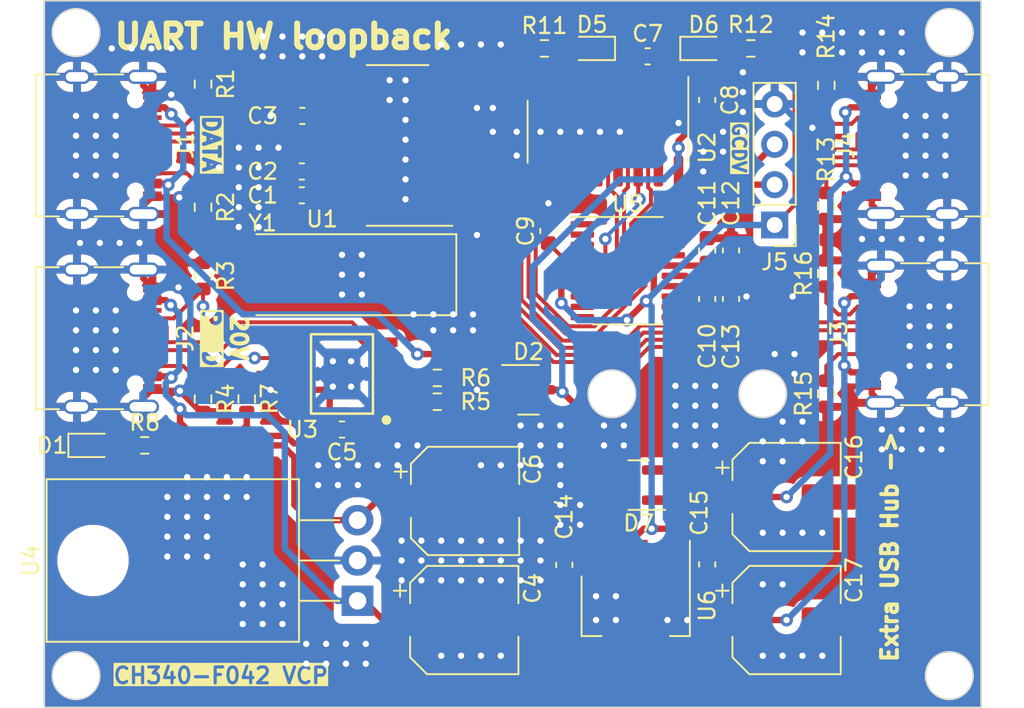
<source format=kicad_pcb>
(kicad_pcb (version 20221018) (generator pcbnew)
  (layers (0 "F.Cu" signal) (31 "B.Cu" signal) (34 "B.Paste" user) (35 "F.Paste" user) (36 "B.SilkS" user "B.Silkscreen") (37 "F.SilkS" user "F.Silkscreen") (38 "B.Mask" user) (39 "F.Mask" user) (44 "Edge.Cuts" user))
  (net 0 "")
  (net 1 "/1V8")
  (net 2 "GND")
  (net 3 "/3V3")
  (net 4 "/PD_VBUS")
  (net 5 "VDD")
  (net 6 "/PD_5V")
  (net 7 "Net-(U2-V3)")
  (net 8 "+5V")
  (net 9 "Net-(U5-NRST)")
  (net 10 "+3V3")
  (net 11 "/EXTRA1_5V")
  (net 12 "/EXTRA2_5V")
  (net 13 "Net-(D1-A)")
  (net 14 "/DATA_VBUS")
  (net 15 "/CH340_RTS-F042_CTS")
  (net 16 "/CH340_CTS-F042_RTS")
  (net 17 "/CH340_RX-F042_TX")
  (net 18 "Net-(D5-A)")
  (net 19 "/CH340_TX-F042_RX")
  (net 20 "Net-(D6-A)")
  (net 21 "Net-(J1-CC1)")
  (net 22 "/USB_DP")
  (net 23 "/USB_DM")
  (net 25 "Net-(J1-CC2)")
  (net 27 "/PD_CC1")
  (net 28 "/PD_DP")
  (net 29 "/PD_DM")
  (net 31 "/PD_CC2")
  (net 33 "Net-(J3-CC1)")
  (net 34 "/EXTRA2_DP")
  (net 35 "/EXTRA2_DM")
  (net 37 "Net-(J3-CC2)")
  (net 39 "Net-(J4-CC1)")
  (net 40 "/EXTRA1_DP")
  (net 41 "/EXTRA1_DM")
  (net 43 "Net-(J4-CC2)")
  (net 45 "Net-(U3-CFG2)")
  (net 46 "Net-(U3-VBUS)")
  (net 47 "/F042_DM")
  (net 48 "/F042_DP")
  (net 49 "/CH340_DM")
  (net 50 "/CH340_DP")
  (net 51 "Net-(U1-XOUT)")
  (net 52 "Net-(U1-XIN)")
  (net 69 "F042_DIO")
  (net 70 "F042_CLK")
  (footprint "Capacitor_SMD:C_0603_1608Metric" (layer "F.Cu") (at 83.5 72.25 180)
    (fp_text reference "C3")
    (fp_text value "10uF")
  )
  (footprint "Capacitor_SMD:CP_Elec_6.3x7.7" (layer "F.Cu") (at 114 104)
    (fp_text reference "C17")
    (fp_text value "100uF/25V")
  )
  (footprint "Resistor_SMD:R_0603_1608Metric" (layer "F.Cu") (at 116.5 77.925 90)
    (fp_text reference "R13")
    (fp_text value "5.1k")
  )
  (footprint "Resistor_SMD:R_0603_1608Metric" (layer "F.Cu") (at 92 90.25 180)
    (fp_text reference "R5")
    (fp_text value "1k")
  )
  (footprint "Capacitor_SMD:C_0603_1608Metric" (layer "F.Cu") (at 83.475 75.75 180)
    (fp_text reference "C2")
    (fp_text value "10uF")
  )
  (footprint "Package_ESO:ESSOP-10_CH224K" (layer "F.Cu") (at 86 88.5 180)
    (fp_text reference "U3")
    (fp_text value "CH224K")
  )
  (footprint "Capacitor_SMD:C_0603_1608Metric" (layer "F.Cu") (at 105.25 68.5)
    (fp_text reference "C7")
    (fp_text value "100nF")
  )
  (footprint "Resistor_SMD:R_0603_1608Metric" (layer "F.Cu") (at 73.575 93)
    (fp_text reference "R8")
    (fp_text value "1k")
  )
  (footprint "Connector_USB:USB_C_Receptacle_Palconn_UTC16-G" (layer "F.Cu") (at 71.55 74.11 -90)
    (fp_text reference "J1")
    (fp_text value "USB_DATA")
  )
  (footprint "Package_TO_SOT_THT:TO-220-3_Horizontal_TabDown" (layer "F.Cu") (at 86.98 102.79 90)
    (fp_text reference "U4")
    (fp_text value "LM7805_TO220")
  )
  (footprint "Package_SO:SOIC-16_3.9x9.9mm_P1.27mm" (layer "F.Cu") (at 102.75 73.25 -90)
    (fp_text reference "U2")
    (fp_text value "CH340C")
  )
  (footprint "LED_SMD:LED_0603_1608Metric" (layer "F.Cu") (at 70.25 93)
    (fp_text reference "D1")
    (fp_text value "LED")
  )
  (footprint "Capacitor_SMD:CP_Elec_6.3x7.7" (layer "F.Cu") (at 93.7 104)
    (fp_text reference "C4")
    (fp_text value "100uF/25V")
  )
  (footprint "Resistor_SMD:R_0603_1608Metric" (layer "F.Cu") (at 116.5 89.75 90)
    (fp_text reference "R15")
    (fp_text value "5.1k")
  )
  (footprint "Crystal:Crystal_SMD_HC49-SD" (layer "F.Cu") (at 86.5 82.25 180)
    (fp_text reference "Y1")
    (fp_text value "12MHz")
  )
  (footprint "Resistor_SMD:R_0603_1608Metric" (layer "F.Cu") (at 92 88.75 180)
    (fp_text reference "R6")
    (fp_text value "10k")
  )
  (footprint "Package_TO_SOT_SMD:SOT-223-3_TabPin2" (layer "F.Cu") (at 104.5 103.1 -90)
    (fp_text reference "U6")
    (fp_text value "AMS1117-3.3")
  )
  (footprint "Capacitor_SMD:C_0603_1608Metric" (layer "F.Cu") (at 83.475 77.25 180)
    (fp_text reference "C1")
    (fp_text value "10uF")
  )
  (footprint "Connector_USB:USB_C_Receptacle_Palconn_UTC16-G" (layer "F.Cu") (at 121.875 86 90)
    (fp_text reference "J3")
    (fp_text value "USB_EXTRA2")
  )
  (footprint "LED_SMD:LED_0603_1608Metric" (layer "F.Cu") (at 101.7125 68 180)
    (fp_text reference "D5")
    (fp_text value "LED")
  )
  (footprint "Resistor_SMD:R_0603_1608Metric" (layer "F.Cu") (at 98.75 68)
    (fp_text reference "R11")
    (fp_text value "1k")
  )
  (footprint "Package_TO_SOT_SMD:SOT-23" (layer "F.Cu") (at 97.75 89.5)
    (fp_text reference "D2")
    (fp_text value "BAT54C")
  )
  (footprint "Capacitor_SMD:CP_Elec_6.3x7.7" (layer "F.Cu") (at 93.75 96.5)
    (fp_text reference "C6")
    (fp_text value "100uF/25V")
  )
  (footprint "Connector_USB:USB_C_Receptacle_Palconn_UTC16-G" (layer "F.Cu") (at 71.55 86.25 -90)
    (fp_text reference "J2")
    (fp_text value "USB_PD")
  )
  (footprint "Capacitor_SMD:C_0603_1608Metric" (layer "F.Cu") (at 109 83.775 -90)
    (fp_text reference "C10")
    (fp_text value "100nF")
  )
  (footprint "Package_SO:SO-16_3.9x9.9mm_P1.27mm" (layer "F.Cu") (at 89.5 74.11 180)
    (fp_text reference "U1")
    (fp_text value "SL2.1A")
  )
  (footprint "Capacitor_SMD:C_0603_1608Metric" (layer "F.Cu") (at 109 71.25 -90)
    (fp_text reference "C8")
    (fp_text value "100nF")
  )
  (footprint "Capacitor_SMD:C_0603_1608Metric" (layer "F.Cu") (at 109 100.5 -90)
    (fp_text reference "C15")
    (fp_text value "10uF")
  )
  (footprint "Package_TO_SOT_SMD:SOT-23" (layer "F.Cu") (at 104.6875 95.5 180)
    (fp_text reference "D7")
    (fp_text value "BAT54A")
  )
  (footprint "Resistor_SMD:R_0603_1608Metric" (layer "F.Cu") (at 116.5 70.325 90)
    (fp_text reference "R14")
    (fp_text value "5.1k")
  )
  (footprint "Capacitor_SMD:C_0603_1608Metric" (layer "F.Cu") (at 100 100.525 -90)
    (fp_text reference "C14")
    (fp_text value "10uF")
  )
  (footprint "Capacitor_SMD:C_0603_1608Metric" (layer "F.Cu") (at 109 80.725 90)
    (fp_text reference "C11")
    (fp_text value "100nF")
  )
  (footprint "Capacitor_SMD:C_0603_1608Metric" (layer "F.Cu") (at 86 92 180)
    (fp_text reference "C5")
    (fp_text value "1uF")
  )
  (footprint "Capacitor_SMD:C_0603_1608Metric" (layer "F.Cu") (at 110.5 80.725 -90)
    (fp_text reference "C12")
    (fp_text value "100nF")
  )
  (footprint "Resistor_SMD:R_0603_1608Metric" (layer "F.Cu") (at 77.25 90.075 -90)
    (fp_text reference "R4")
    (fp_text value "5.1k")
  )
  (footprint "Resistor_SMD:R_0603_1608Metric" (layer "F.Cu") (at 77.25 82.325 -90)
    (fp_text reference "R3")
    (fp_text value "5.1k")
  )
  (footprint "LED_SMD:LED_0603_1608Metric" (layer "F.Cu") (at 108.7875 68)
    (fp_text reference "D6")
    (fp_text value "LED")
  )
  (footprint "Connector_PinHeader_2.54mm:PinHeader_1x04_P2.54mm_Vertical" (layer "F.Cu") (at 113.25 79.12 180)
    (fp_text reference "J5")
    (fp_text value "Conn_01x04")
  )
  (footprint "Resistor_SMD:R_0603_1608Metric" (layer "F.Cu") (at 116.5 82.175 90)
    (fp_text reference "R16")
    (fp_text value "5.1k")
  )
  (footprint "Capacitor_SMD:C_0603_1608Metric" (layer "F.Cu") (at 99 79.5 90)
    (fp_text reference "C9")
    (fp_text value "100nF")
  )
  (footprint "Resistor_SMD:R_0603_1608Metric" (layer "F.Cu") (at 77.25 78 -90)
    (fp_text reference "R2")
    (fp_text value "5.1k")
  )
  (footprint "Capacitor_SMD:CP_Elec_6.3x7.7" (layer "F.Cu") (at 114 96.25)
    (fp_text reference "C16")
    (fp_text value "100uF/25V")
  )
  (footprint "Package_SO:TSSOP-20_4.4x6.5mm_P0.65mm" (layer "F.Cu") (at 104 82)
    (fp_text reference "U5")
    (fp_text value "STM32F042F6P6")
  )
  (footprint "Resistor_SMD:R_0603_1608Metric" (layer "F.Cu") (at 77.25 70.25 -90)
    (fp_text reference "R1")
    (fp_text value "5.1k")
  )
  (footprint "Connector_USB:USB_C_Receptacle_Palconn_UTC16-G" (layer "F.Cu") (at 121.875 74.11 90)
    (fp_text reference "J4")
    (fp_text value "USB_EXTRA1")
  )
  (footprint "Resistor_SMD:R_0603_1608Metric" (layer "F.Cu") (at 80 90.075 -90)
    (fp_text reference "R7")
    (fp_text value "10k")
  )
  (footprint "Resistor_SMD:R_0603_1608Metric" (layer "F.Cu") (at 111.75 68 180)
    (fp_text reference "R12")
    (fp_text value "1k")
  )
  (footprint "Capacitor_SMD:C_0603_1608Metric" (layer "F.Cu") (at 110.5 83.775 -90)
    (fp_text reference "C13")
    (fp_text value "100nF")
  )
  (gr_circle (center 103 89.75) (end 104.5 89.75) (stroke (width 0.1)) (fill none) (layer "Edge.Cuts"))
  (gr_circle (center 124.25 107.5) (end 125.75 107.5) (stroke (width 0.1)) (fill none) (layer "Edge.Cuts"))
  (gr_rect (start 67.25 65) (end 126.25 109.5) (stroke (width 0.1)) (fill none) (layer "Edge.Cuts"))
  (gr_circle (center 69.25 67) (end 70.75 67) (stroke (width 0.1)) (fill none) (layer "Edge.Cuts"))
  (gr_circle (center 124.25 67) (end 125.75 67) (stroke (width 0.1)) (fill none) (layer "Edge.Cuts"))
  (gr_circle (center 112.5 89.75) (end 114 89.75) (stroke (width 0.1)) (fill none) (layer "Edge.Cuts"))
  (gr_circle (center 69.25 107.5) (end 70.75 107.5) (stroke (width 0.1)) (fill none) (layer "Edge.Cuts"))
  (gr_text "20V" (at 79.5 86.25 270) (layer "F.SilkS") (effects (font (size 1 1) (thickness 0.25) bold)))
  (gr_text "Extra USB Hub ->" (at 120.5 92 90) (layer "F.SilkS") (effects (font (size 1 1) (thickness 0.25) bold) (justify right)))
  (gr_text "DATA" (at 77.75 74 270) (layer "F.SilkS" knockout) (effects (font (size 1 1) (thickness 0.25) bold)))
  (gr_text "CH340-F042 VCP" (at 71.5 107.5) (layer "F.SilkS" knockout) (effects (font (size 1 1) (thickness 0.2) bold) (justify left)))
  (gr_text "P  D" (at 77.75 86.25 270) (layer "F.SilkS" knockout) (effects (font (size 1 1) (thickness 0.25) bold)))
  (gr_text "GCDV" (at 111 74.25 -90) (layer "F.SilkS" knockout) (effects (font (size 0.8 0.8) (thickness 0.2) bold)))
  (gr_text "UART HW loopback" (at 71.5 67.25) (layer "F.SilkS") (effects (font (size 1.5 1.5) (thickness 0.375) bold) (justify left)))
  (segment (start 84.75 77.25) (end 85.985 76.015) (width 0.4) (layer "F.Cu") (net 1))
  (segment (start 84.25 77.25) (end 84.75 77.25) (width 0.4) (layer "F.Cu") (net 1))
  (segment (start 85.985 76.015) (end 86.925 76.015) (width 0.4) (layer "F.Cu") (net 1))
  (segment (start 86.98 100.25) (end 89.75 100.25) (width 0.4) (layer "F.Cu") (net 2))
  (segment (start 119.365 82.8) (end 119.365 82.26) (width 0.4) (layer "F.Cu") (net 2))
  (segment (start 119.945 90.32) (end 124.115 90.32) (width 0.4) (layer "F.Cu") (net 2))
  (segment (start 117.75 78.75) (end 116.5 78.75) (width 0.4) (layer "F.Cu") (net 2))
  (segment (start 85.225 89.5) (end 85.425 89.3) (width 0.4) (layer "F.Cu") (net 2))
  (segment (start 100 101.3) (end 100.05 101.35) (width 0.4) (layer "F.Cu") (net 2))
  (segment (start 115.25 72.625) (end 115.25 69.75) (width 0.4) (layer "F.Cu") (net 2))
  (segment (start 75.75 78.5) (end 76.075 78.825) (width 0.4) (layer "F.Cu") (net 2))
  (segment (start 69.5 92) (end 69.31 91.81) (width 0.4) (layer "F.Cu") (net 2))
  (segment (start 110.5 84.55) (end 109 84.55) (width 0.4) (layer "F.Cu") (net 2))
  (segment (start 111.25 72) (end 111.25 70.75) (width 0.4) (layer "F.Cu") (net 2))
  (segment (start 118.18 90.32) (end 117.925 90.575) (width 0.4) (layer "F.Cu") (net 2))
  (segment (start 83.15 89.5) (end 85.225 89.5) (width 0.4) (layer "F.Cu") (net 2))
  (segment (start 107.197168 72.697168) (end 107.197168 70.777168) (width 0.4) (layer "F.Cu") (net 2))
  (segment (start 94.75 98.75) (end 95.25 98.25) (width 0.4) (layer "F.Cu") (net 2))
  (segment (start 96.25 98.25) (end 96.45 98.05) (width 0.4) (layer "F.Cu") (net 2))
  (segment (start 74.06 70.91) (end 75.25 70.91) (width 0.4) (layer "F.Cu") (net 2))
  (segment (start 113.25 71.5) (end 111.75 71.5) (width 0.4) (layer "F.Cu") (net 2))
  (segment (start 119.365 77.31) (end 119.365 77.85) (width 0.4) (layer "F.Cu") (net 2))
  (segment (start 111.75 71.5) (end 111.25 72) (width 0.4) (layer "F.Cu") (net 2))
  (segment (start 74.174538 89.564538) (end 75.79161 89.564538) (width 0.4) (layer "F.Cu") (net 2))
  (segment (start 99 104) (end 96.4 104) (width 0.4) (layer "F.Cu") (net 2))
  (segment (start 96.45 98.05) (end 96.45 96.5) (width 0.4) (layer "F.Cu") (net 2))
  (segment (start 69.31 91.81) (end 69.31 90.57) (width 0.4) (layer "F.Cu") (net 2))
  (segment (start 77.25 90.9) (end 77.127072 90.9) (width 0.4) (layer "F.Cu") (net 2))
  (segment (start 94.75 100.25) (end 94.75 101.5) (width 0.4) (layer "F.Cu") (net 2))
  (segment (start 100 103) (end 99 104) (width 0.4) (layer "F.Cu") (net 2))
  (segment (start 95.25 98.25) (end 96.25 98.25) (width 0.4) (layer "F.Cu") (net 2))
  (segment (start 96.4 102.4) (end 96.4 104) (width 0.4) (layer "F.Cu") (net 2))
  (segment (start 76.075 78.825) (end 77.25 78.825) (width 0.4) (layer "F.Cu") (net 2))
  (segment (start 76.075 69.425) (end 77.25 69.425) (width 0.4) (layer "F.Cu") (net 2))
  (segment (start 75.75 77.3845) (end 74.1345 77.3845) (width 0.4) (layer "F.Cu") (net 2))
  (segment (start 119.365 70.37) (end 119.945 69.79) (width 0.4) (layer "F.Cu") (net 2))
  (segment (start 119.365 82.26) (end 119.945 81.68) (width 0.4) (layer "F.Cu") (net 2))
  (segment (start 73.48 81.93) (end 73.48 82.47) (width 0.4) (layer "F.Cu") (net 2))
  (segment (start 69.31 90.57) (end 73.48 90.57) (width 0.4) (layer "F.Cu") (net 2))
  (segment (start 106.15 101.35) (end 106.8 100.7) (width 0.4) (layer "F.Cu") (net 2))
  (segment (start 81.5 72.25) (end 82.725 72.25) (width 0.4) (layer "F.Cu") (net 2))
  (segment (start 117.75 69.5) (end 116.5 69.5) (width 0.4) (layer "F.Cu") (net 2))
  (segment (start 73.48 90.57) (end 73.48 90.03) (width 0.4) (layer "F.Cu") (net 2))
  (segment (start 75.7 83.05) (end 75.7 81.8) (width 0.4) (layer "F.Cu") (net 2))
  (segment (start 88.85 88.5) (end 87.375 88.5) (width 0.4) (layer "F.Cu") (net 2))
  (segment (start 95.25 102.25) (end 96.25 102.25) (width 0.4) (layer "F.Cu") (net 2))
  (segment (start 109 84.55) (end 108 83.55) (width 0.4) (layer "F.Cu") (net 2))
  (segment (start 107.197168 70.777168) (end 107.195 70.775) (width 0.4) (layer "F.Cu") (net 2))
  (segment (start 73.48 78.43) (end 73.48 77.89) (width 0.4) (layer "F.Cu") (net 2))
  (segment (start 94.5 100.25) (end 94.5 100.25) (width 0.4) (layer "F.Cu") (net 2))
  (segment (start 110.975 70.475) (end 109 70.475) (width 0.4) (layer "F.Cu") (net 2))
  (segment (start 77.127072 90.9) (end 75.79161 89.564538) (width 0.4) (layer "F.Cu") (net 2))
  (segment (start 118.04 69.79) (end 117.75 69.5) (width 0.4) (layer "F.Cu") (net 2))
  (segment (start 109 70.475) (end 107.495 70.475) (width 0.4) (layer "F.Cu") (net 2))
  (segment (start 69.4625 93) (end 69.5 92.9625) (width 0.4) (layer "F.Cu") (net 2))
  (segment (start 119.365 77.85) (end 119.945 78.43) (width 0.4) (layer "F.Cu") (net 2))
  (segment (start 106.025 68.5) (end 107.195 69.67) (width 0.4) (layer "F.Cu") (net 2))
  (segment (start 94.75 101.75) (end 95.25 102.25) (width 0.4) (layer "F.Cu") (net 2))
  (segment (start 94.5 100.25) (end 94.75 100.25) (width 0.4) (layer "F.Cu") (net 2))
  (segment (start 94.75 99) (end 94.75 98.75) (width 0.4) (layer "F.Cu") (net 2))
  (segment (start 106.8 100.7) (end 106.8 99.95) (width 0.4) (layer "F.Cu") (net 2))
  (segment (start 119.365 70.91) (end 119.365 70.37) (width 0.4) (layer "F.Cu") (net 2))
  (segment (start 94.75 101.5) (end 94.75 101.75) (width 0.4) (layer "F.Cu") (net 2))
  (segment (start 107.657107 82.325) (end 106.8625 82.325) (width 0.4) (layer "F.Cu") (net 2))
  (segment (start 82.725 72.25) (end 82.725 73.475) (width 0.4) (layer "F.Cu") (net 2))
  (segment (start 117.93 81.68) (end 117.6 81.35) (width 0.4) (layer "F.Cu") (net 2))
  (segment (start 116.5 81.35) (end 116.5 78.75) (width 0.4) (layer "F.Cu") (net 2))
  (segment (start 75.75 77.3845) (end 75.75 78.5) (width 0.4) (layer "F.Cu") (net 2))
  (segment (start 111.427658 83.622342) (end 110.5 84.55) (width 0.4) (layer "F.Cu") (net 2))
  (segment (start 108.125 101.275) (end 106.8 99.95) (width 0.4) (layer "F.Cu") (net 2))
  (segment (start 111.472441 83.622342) (end 111.427658 83.622342) (width 0.4) (layer "F.Cu") (net 2))
  (segment (start 117.925 90.575) (end 116.5 90.575) (width 0.4) (layer "F.Cu") (net 2))
  (segment (start 118.07 78.43) (end 117.75 78.75) (width 0.4) (layer "F.Cu") (net 2))
  (segment (start 119.945 69.79) (end 124.115 69.79) (width 0.4) (layer "F.Cu") (net 2))
  (segment (start 87.375 88.5) (end 86.575 89.3) (width 0.4) (layer "F.Cu") (net 2))
  (segment (start 73.48 70.33) (end 74.06 70.91) (width 0.4) (layer "F.Cu") (net 2))
  (segment (start 119.945 81.68) (end 124.115 81.68) (width 0.4) (layer "F.Cu") (net 2))
  (segment (start 109 79.95) (end 110.5 79.95) (width 0.4) (layer "F.Cu") (net 2))
  (segment (start 74.1345 77.3845) (end 74.06 77.31) (width 0.4) (layer "F.Cu") (net 2))
  (segment (start 114.377658 83.122342) (end 116.15 81.35) (width 0.4) (layer "F.Cu") (net 2))
  (segment (start 119.945 78.43) (end 118.07 78.43) (width 0.4) (layer "F.Cu") (net 2))
  (segment (start 75.25 70.91) (end 75.25 70.25) (width 0.4) (layer "F.Cu") (net 2))
  (segment (start 107.195 69.67) (end 107.195 70.775) (width 0.4) (layer "F.Cu") (net 2))
  (segment (start 75.25 70.25) (end 76.075 69.425) (width 0.4) (layer "F.Cu") (net 2))
  (segment (start 111.25 71) (end 111.25 71) (width 0.4) (layer "F.Cu") (net 2))
  (segment (start 115.5 69.5) (end 116.5 69.5) (width 0.4) (layer "F.Cu") (net 2))
  (segment (start 115.25 69.75) (end 115.5 69.5) (width 0.4) (layer "F.Cu") (net 2))
  (segment (start 115.625 73) (end 115.25 72.625) (width 0.4) (layer "F.Cu") (net 2))
  (segment (start 100 101.3) (end 100 103) (width 0.4) (layer "F.Cu") (net 2))
  (segment (start 92.7 100.25) (end 93.5 100.25) (width 0.4) (layer "F.Cu") (net 2))
  (segment (start 111.472441 83.622342) (end 111.472441 80.922441) (width 0.4) (layer "F.Cu") (net 2))
  (segment (start 74.06 89.45) (end 74.174538 89.564538) (width 0.4) (layer "F.Cu") (net 2))
  (segment (start 85.225 92) (end 85.225 89.5) (width 0.4) (layer "F.Cu") (net 2))
  (segment (start 119.365 89.2) (end 119.365 89.74) (width 0.4) (layer "F.Cu") (net 2))
  (segment (start 91 100.25) (end 92.25 100.25) (width 0.4) (layer "F.Cu") (net 2))
  (segment (start 75.7 81.8) (end 76 81.5) (width 0.4) (layer "F.Cu") (net 2))
  (segment (start 93.5 100.25) (end 94.5 100.25) (width 0.4) (layer "F.Cu") (net 2))
  (segment (start 119.945 69.79) (end 118.04 69.79) (width 0.4) (layer "F.Cu") (net 2))
  (segment (start 119.945 78.43) (end 124.115 78.43) (width 0.4) (layer "F.Cu") (net 2))
  (segment (start 73.48 77.89) (end 74.06 77.31) (width 0.4) (layer "F.Cu") (net 2))
  (segment (start 81.5 89.5) (end 83.15 89.5) (width 0.4) (layer "F.Cu") (net 2))
  (segment (start 75.7 83.05) (end 74.06 83.05) (width 0.4) (layer "F.Cu") (net 2))
  (segment (start 82.725 73.475) (end 86.925 73.475) (width 0.4) (layer "F.Cu") (net 2))
  (segment (start 111.25 70.75) (end 110.975 70.475) (width 0.4) (layer "F.Cu") (net 2))
  (segment (start 92.25 100.25) (end 92.7 100.25) (width 0.4) (layer "F.Cu") (net 2))
  (segment (start 108 83.55) (end 108 82.667893) (width 0.4) (layer "F.Cu") (net 2))
  (segment (start 92.7 100.25) (end 94.75 100.25) (width 0.4) (layer "F.Cu") (net 2))
  (segment (start 69.5 92.9625) (end 69.5 92) (width 0.4) (layer "F.Cu") (net 2))
  (segment (start 96.25 102.25) (end 96.4 102.4) (width 0.4) (layer "F.Cu") (net 2))
  (segment (start 76 81.5) (end 77.25 81.5) (width 0.4) (layer "F.Cu") (net 2))
  (segment (start 77.25 78.825) (end 77.25 81.5) (width 0.4) (layer "F.Cu") (net 2))
  (segment (start 99 78.725) (end 99 77.75) (width 0.25) (layer "F.Cu") (net 2))
  (segment (start 114.377658 83.622342) (end 114.377658 83.122342) (width 0.4) (layer "F.Cu") (net 2))
  (segment (start 73.48 82.47) (end 74.06 83.05) (width 0.4) (layer "F.Cu") (net 2))
  (segment (start 116.15 81.35) (end 116.5 81.35) (width 0.4) (layer "F.Cu") (net 2))
  (segment (start 119.365 89.74) (end 119.945 90.32) (width 0.4) (layer "F.Cu") (net 2))
  (segment (start 117.6 81.35) (end 116.5 81.35) (width 0.4) (layer "F.Cu") (net 2))
  (segment (start 107.495 70.475) (end 107.195 70.775) (width 0.4) (layer "F.Cu") (net 2))
  (segment (start 73.48 69.79) (end 73.48 70.33) (width 0.4) (layer "F.Cu") (net 2))
  (segment (start 94.75 100.25) (end 94.75 99) (width 0.4) (layer "F.Cu") (net 2))
  (segment (start 89.75 100.25) (end 91 100.25) (width 0.4) (layer "F.Cu") (net 2))
  (segment (start 100.05 101.35) (end 106.15 101.35) (width 0.4) (layer "F.Cu") (net 2))
  (segment (start 109 101.275) (end 108.125 101.275) (width 0.4) (layer "F.Cu") (net 2))
  (segment (start 111.472441 80.922441) (end 110.5 79.95) (width 0.4) (layer "F.Cu") (net 2))
  (segment (start 108 82.667893) (end 107.657107 82.325) (width 0.4) (layer "F.Cu") (net 2))
  (segment (start 119.945 90.32) (end 118.18 90.32) (width 0.4) (layer "F.Cu") (net 2))
  (segment (start 119.945 81.68) (end 117.93 81.68) (width 0.4) (layer "F.Cu") (net 2))
  (segment (start 73.48 90.03) (end 74.06 89.45) (width 0.4) (layer "F.Cu") (net 2))
  (via (at 109.5 90.5) (size 0.8) (drill 0.4) (layers "F.Cu" "B.Cu") (net 2))
  (via (at 79.75 101.75) (size 0.8) (drill 0.4) (layers "F.Cu" "B.Cu") (net 2))
  (via (at 114.5 88.5) (size 0.8) (drill 0.4) (layers "F.Cu" "B.Cu") (net 2))
  (via (at 91 99) (size 0.8) (drill 0.4) (layers "F.Cu" "B.Cu") (net 2))
  (via (at 82.25 67.25) (size 0.8) (drill 0.4) (layers "F.Cu" "B.Cu") (net 2))
  (via (at 70.5 72.25) (size 0.8) (drill 0.4) (layers "F.Cu" "B.Cu") (net 2))
  (via (at 99.75 94.25) (size 0.8) (drill 0.4) (layers "F.Cu" "B.Cu") (net 2))
  (via (at 89 70) (size 0.8) (drill 0.4) (layers "F.Cu" "B.Cu") (net 2))
  (via (at 69.25 87) (size 0.8) (drill 0.4) (layers "F.Cu" "B.Cu") (net 2))
  (via (at 69.25 76) (size 0.8) (drill 0.4) (layers "F.Cu" "B.Cu") (net 2))
  (via (at 70.75 80.25) (size 0.8) (drill 0.4) (layers "F.Cu" "B.Cu") (net 2))
  (via (at 80 95) (size 0.8) (drill 0.4) (layers "F.Cu" "B.Cu") (net 2))
  (via (at 94.75 67.75) (size 0.8) (drill 0.4) (layers "F.Cu" "B.Cu") (net 2))
  (via (at 111.472441 83.622342) (size 0.8) (drill 0.4) (layers "F.Cu" "B.Cu") (net 2))
  (via (at 75.25 70.91) (size 0.8) (drill 0.4) (layers "F.Cu" "B.Cu") (net 2))
  (via (at 78.75 95) (size 0.8) (drill 0.4) (layers "F.Cu" "B.Cu") (net 2))
  (via (at 74 68) (size 0.8) (drill 0.4) (layers "F.Cu" "B.Cu") (net 2))
  (via (at 81 103) (size 0.8) (drill 0.4) (layers "F.Cu" "B.Cu") (net 2))
  (via (at 79.75 100.5) (size 0.8) (drill 0.4) (layers "F.Cu" "B.Cu") (net 2))
  (via (at 79.5 75.5) (size 0.8) (drill 0.4) (layers "F.Cu" "B.Cu") (net 2))
  (via (at 79.5 76.75) (size 0.8) (drill 0.4) (layers "F.Cu" "B.Cu") (net 2))
  (via (at 124.25 85.5) (size 0.8) (drill 0.4) (layers "F.Cu" "B.Cu") (net 2))
  (via (at 75.25 68) (size 0.8) (drill 0.4) (layers "F.Cu" "B.Cu") (net 2))
  (via (at 101 96.75) (size 0.8) (drill 0.4) (layers "F.Cu" "B.Cu") (net 2))
  (via (at 97.25 100.25) (size 0.8) (drill 0.4) (layers "F.Cu" "B.Cu") (net 2))
  (via (at 79.75 104.25) (size 0.8) (drill 0.4) (layers "F.Cu" "B.Cu") (net 2))
  (via (at 99.75 96.75) (size 0.8) (drill 0.4) (layers "F.Cu" "B.Cu") (net 2))
  (via (at 95.5 71.75) (size 0.8) (drill 0.4) (layers "F.Cu" "B.Cu") (net 2))
  (via (at 97 74.75) (size 0.8) (drill 0.4) (layers "F.Cu" "B.Cu") (net 2))
  (via (at 89 71.25) (size 0.8) (drill 0.4) (layers "F.Cu" "B.Cu") (net 2))
  (via (at 71.75 85.75) (size 0.8) (drill 0.4) (layers "F.Cu" "B.Cu") (net 2))
  (via (at 84.75 68.5) (size 0.8) (drill 0.4) (layers "F.Cu" "B.Cu") (net 2))
  (via (at 109.5 93) (size 0.8) (drill 0.4) (layers "F.Cu" "B.Cu") (net 2))
  (via (at 109.5 89.25) (size 0.8) (drill 0.4) (layers "F.Cu" "B.Cu") (net 2))
  (via (at 121.5 72.25) (size 0.8) (drill 0.4) (layers "F.Cu" "B.Cu") (net 2))
  (via (at 91.75 84.75) (size 0.8) (drill 0.4) (layers "F.Cu" "B.Cu") (net 2))
  (via (at 122.75 73.5) (size 0.8) (drill 0.4) (layers "F.Cu" "B.Cu") (net 2))
  (via (at 92.25 100.25) (size 0.8) (drill 0.4) (layers "F.Cu" "B.Cu") (net 2))
  (via (at 90 71.25) (size 0.8) (drill 0.4) (layers "F.Cu" "B.Cu") (net 2))
  (via (at 78.75 96.25) (size 0.8) (drill 0.4) (layers "F.Cu" "B.Cu") (net 2))
  (via (at 115 92.75) (size 0.8) (drill 0.4) (layers "F.Cu" "B.Cu") (net 2))
  (via (at 76.25 97.5) (size 0.8) (drill 0.4) (layers "F.Cu" "B.Cu") (net 2))
  (via (at 92.25 99) (size 0.8) (drill 0.4) (layers "F.Cu" "B.Cu") (net 2))
  (via (at 113.75 98.5) (size 0.8) (drill 0.4) (layers "F.Cu" "B.Cu") (net 2))
  (via (at 115 67) (size 0.8) (drill 0.4) (layers "F.Cu" "B.Cu") (net 2))
  (via (at 92.25 67.75) (size 0.8) (drill 0.4) (layers "F.Cu" "B.Cu") (net 2))
  (via (at 123.75 92) (size 0.8) (drill 0.4) (layers "F.Cu" "B.Cu") (net 2))
  (via (at 93.5 100.25) (size 0.8) (drill 0.4) (layers "F.Cu" "B.Cu") (net 2))
  (via (at 121.75 88) (size 0.8) (drill 0.4) (layers "F.Cu" "B.Cu") (net 2))
  (via (at 75 96.25) (size 0.8) (drill 0.4) (layers "F.Cu" "B.Cu") (net 2))
  (via (at 113.75 101.75) (size 0.8) (drill 0.4) (layers "F.Cu" "B.Cu") (net 2))
  (via (at 121.5 76) (size 0.8) (drill 0.4) (layers "F.Cu" "B.Cu") (net 2))
  (via (at 115 68.25) (size 0.8) (drill 0.4) (layers "F.Cu" "B.Cu") (net 2))
  (via (at 113.75 91.5) (size 0.8) (drill 0.4) (layers "F.Cu" "B.Cu") (net 2))
  (via (at 94.75 99) (size 0.8) (drill 0.4) (layers "F.Cu" "B.Cu") (net 2))
  (via (at 121.25 68.25) (size 0.8) (drill 0.4) (layers "F.Cu" "B.Cu") (net 2))
  (via (at 90 72.5) (size 0.8) (drill 0.4) (layers "F.Cu" "B.Cu") (net 2))
  (via (at 115 91.5) (size 0.8) (drill 0.4) (layers "F.Cu" "B.Cu") (net 2))
  (via (at 79.75 103) (size 0.8) (drill 0.4) (layers "F.Cu" "B.Cu") (net 2))
  (via (at 81 68.5) (size 0.8) (drill 0.4) (layers "F.Cu" "B.Cu") (net 2))
  (via (at 94.75 106.25) (size 0.8) (drill 0.4) (layers "F.Cu" "B.Cu") (net 2))
  (via (at 69.25 88.25) (size 0.8) (drill 0.4) (layers "F.Cu" "B.Cu") (net 2))
  (via (at 109.5 91.75) (size 0.8) (drill 0.4) (layers "F.Cu" "B.Cu") (net 2))
  (via (at 75 97.5) (size 0.8) (drill 0.4) (layers "F.Cu" "B.Cu") (net 2))
  (via (at 123 84.25) (size 0.8) (drill 0.4) (layers "F.Cu" "B.Cu") (net 2))
  (via (at 98.5 93) (size 0.8) (drill 0.4) (layers "F.Cu" "B.Cu") (net 2))
  (via (at 98.5 73.25) (size 0.8) (drill 0.4) (layers "F.Cu" "B.Cu") (net 2))
  (via (at 76.25 100) (size 0.8) (drill 0.4) (layers "F.Cu" "B.Cu") (net 2))
  (via (at 86.25 105.5) (size 0.8) (drill 0.4) (layers "F.Cu" "B.Cu") (net 2))
  (via (at 122.75 72.25) (size 0.8) (drill 0.4) (layers "F.Cu" "B.Cu") (net 2))
  (via (at 112.5 106.25) (size 0.8) (drill 0.4) (layers "F.Cu" "B.Cu") (net 2))
  (via (at 107.197168 72.697168) (size 0.8) (drill 0.4) (layers "F.Cu" "B.Cu") (net 2))
  (via (at 69.25 85.75) (size 0.8) (drill 0.4) (layers "F.Cu" "B.Cu") (net 2))
  (via (at 93.5 99) (size 0.8) (drill 0.4) (layers "F.Cu" "B.Cu") (net 2))
  (via (at 87.25 82.25) (size 0.8) (drill 0.4) (layers "F.Cu" "B.Cu") (net 2))
  (via (at 89.75 101.5) (size 0.8) (drill 0.4) (layers "F.Cu" "B.Cu") (net 2))
  (via (at 102 104) (size 0.8) (drill 0.4) (layers "F.Cu" "B.Cu") (net 2))
  (via (at 79.5 78) (size 0.8) (drill 0.4) (layers "F.Cu" "B.Cu") (net 2))
  (via (at 120 93.25) (size 0.8) (drill 0.4) (layers "F.Cu" "B.Cu") (net 2))
  (via (at 113.75 106.25) (size 0.8) (drill 0.4) (layers "F.Cu" "B.Cu") (net 2))
  (via (at 72 80.25) (size 0.8) (drill 0.4) (layers "F.Cu" "B.Cu") (net 2))
  (via (at 90 73.75) (size 0.8) (drill 0.4) (layers "F.Cu" "B.Cu") (net 2))
  (via (at 91.75 85.75) (size 0.8) (drill 0.4) (layers "F.Cu" "B.Cu") (net 2))
  (via (at 87.25 81) (size 0.8) (drill 0.4) (layers "F.Cu" "B.Cu") (net 2))
  (via (at 79.5 74.25) (size 0.8) (drill 0.4) (layers "F.Cu" "B.Cu") (net 2))
  (via (at 90.5 84.75) (size 0.8) (drill 0.4) (layers "F.Cu" "B.Cu") (net 2))
  (via (at 80 96.25) (size 0.8) (drill 0.4) (layers "F.Cu" "B.Cu") (net 2))
  (via (at 90.75 93) (size 0.8) (drill 0.4) (layers "F.Cu" "B.Cu") (net 2))
  (via (at 101 98) (size 0.8) (drill 0.4) (layers "F.Cu" "B.Cu") (net 2))
  (via (at 86.25 106.75) (size 0.8) (drill 0.4) (layers "F.Cu" "B.Cu") (net 2))
  (via (at 89.75 100.25) (size 0.8) (drill 0.4) (layers "F.Cu" "B.Cu") (net 2))
  (via (at 121.25 80) (size 0.8) (drill 0.4) (layers "F.Cu" "B.Cu") (net 2))
  (via (at 71.75 88.25) (size 0.8) (drill 0.4) (layers "F.Cu" "B.Cu") (net 2))
  (via (at 79.5 79.25) (size 0.8) (drill 0.4) (layers "F.Cu" "B.Cu") (net 2))
  (via (at 76.25 98.75) (size 0.8) (drill 0.4) (layers "F.Cu" "B.Cu") (net 2))
  (via (at 87.5 105.5) (size 0.8) (drill 0.4) (layers "F.Cu" "B.Cu") (net 2))
  (via (at 86 83.5) (size 0.8) (drill 0.4) (layers "F.Cu" "B.Cu") (net 2))
  (via (at 102 102.5) (size 0.8) (drill 0.4) (layers "F.Cu" "B.Cu") (net 2))
  (via (at 94.75 94.25) (size 0.8) (drill 0.4) (layers "F.Cu" "B.Cu") (net 2))
  (via (at 114.377658 83.622342) (size 0.8) (drill 0.4) (layers "F.Cu" "B.Cu") (net 2))
  (via (at 70.5 85.75) (size 0.8) (drill 0.4) (layers "F.Cu" "B.Cu") (net 2))
  (via (at 90 77.5) (size 0.8) (drill 0.4) (layers "F.Cu" "B.Cu") (net 2))
  (via (at 96 99) (size 0.8) (drill 0.4) (layers "F.Cu" "B.Cu") (net 2))
  (via (at 123 88) (size 0.8) (drill 0.4) (layers "F.Cu" "B.Cu") (net 2))
  (via (at 121.25 67) (size 0.8) (drill 0.4) (layers "F.Cu" "B.Cu") (net 2))
  (via (at 120 92) (size 0.8) (drill 0.4) (layers "F.Cu" "B.Cu") (net 2))
  (via (at 87 95.5) (size 0.8) (drill 0.4) (layers "F.Cu" "B.Cu") (net 2))
  (via (at 99 77.75) (size 0.8) (drill 0.4) (layers "F.Cu" "B.Cu") (net 2))
  (via (at 108.25 93) (size 0.8) (drill 0.4) (layers "F.Cu" "B.Cu") (net 2))
  (via (at 124.25 84.25) (size 0.8) (drill 0.4) (layers "F.Cu" "B.Cu") (net 2))
  (via (at 89.5 93) (size 0.8) (drill 0.4) (layers "F.Cu" "B.Cu") (net 2))
  (via (at 71.75 73.5) (size 0.8) (drill 0.4) (layers "F.Cu" "B.Cu") (net 2))
  (via (at 107.75 104) (size 0.8) (drill 0.4) (layers "F.Cu" "B.Cu") (net 2))
  (via (at 75.79161 89.564538) (size 0.8) (drill 0.4) (layers "F.Cu" "B.Cu") (net 2))
  (via (at 97.25 94.25) (size 0.8) (drill 0.4) (layers "F.Cu" "B.Cu") (net 2))
  (via (at 112.5 92.75) (size 0.8) (drill 0.4) (layers "F.Cu" "B.Cu") (net 2))
  (via (at 115 106.25) (size 0.8) (drill 0.4) (layers "F.Cu" "B.Cu") (net 2))
  (via (at 75.7 83.05) (size 0.8) (drill 0.4) (layers "F.Cu" "B.Cu") (net 2))
  (via (at 113.75 94) (size 0.8) (drill 0.4) (layers "F.Cu" "B.Cu") (net 2))
  (via (at 80.75 78) (size 0.8) (drill 0.4) (layers "F.Cu" "B.Cu") (net 2))
  (via (at 82.25 103) (size 0.8) (drill 0.4) (layers "F.Cu" "B.Cu") (net 2))
  (via (at 115.625 73) (size 0.8) (drill 0.4) (layers "F.Cu" "B.Cu") (net 2))
  (via (at 92.25 106.25) (size 0.8) (drill 0.4) (layers "F.Cu" "B.Cu") (net 2))
  (via (at 91 100.25) (size 0.8) (drill 0.4) (layers "F.Cu" "B.Cu") (net 2))
  (via (at 102.5 93) (size 0.8) (drill 0.4) (layers "F.Cu" "B.Cu") (net 2))
  (via (at 71.75 74.75) (size 0.8) (drill 0.4) (layers "F.Cu" "B.Cu") (net 2))
  (via (at 85.75 95.5) (size 0.8) (drill 0.4) (layers "F.Cu" "B.Cu") (net 2))
  (via (at 111.25 69.5) (size 0.8) (drill 0.4) (layers "F.Cu" "B.Cu") (net 2))
  (via (at 113.25 87.25) (size 0.8) (drill 0.4) (layers "F.Cu" "B.Cu") (net 2))
  (via (at 121.5 73.5) (size 0.8) (drill 0.4) (layers "F.Cu" "B.Cu") (net 2))
  (via (at 77.5 97.5) (size 0.8) (drill 0.4) (layers "F.Cu" "B.Cu") (net 2))
  (via (at 96 100.25) (size 0.8) (drill 0.4) (layers "F.Cu" "B.Cu") (net 2))
  (via (at 93.5 67.75) (size 0.8) (drill 0.4) (layers "F.Cu" "B.Cu") (net 2))
  (via (at 69.25 84.5) (size 0.8) (drill 0.4) (layers "F.Cu" "B.Cu") (net 2))
  (via (at 124 76) (size 0.8) (drill 0.4) (layers "F.Cu" "B.Cu") (net 2))
  (via (at 124.25 88) (size 0.8) (drill 0.4) (layers "F.Cu" "B.Cu") (net 2))
  (via (at 70.5 76) (size 0.8) (drill 0.4) (layers "F.Cu" "B.Cu") (net 2))
  (via (at 124 73.5) (size 0.8) (drill 0.4) (layers "F.Cu" "B.Cu") (net 2))
  (via (at 93.5 101.5) (size 0.8) (drill 0.4) (layers "F.Cu" "B.Cu") (net 2))
  (via (at 93.5 106.25) (size 0.8) (drill 0.4) (layers "F.Cu" "B.Cu") (net 2))
  (via (at 89.5 94.25) (size 0.8) (drill 0.4) (layers "F.Cu" "B.Cu") (net 2))
  (via (at 90 76.25) (size 0.8) (drill 0.4) (layers "F.Cu" "B.Cu") (net 2))
  (via (at 87 94.25) (size 0.8) (drill 0.4) (layers "F.Cu" "B.Cu") (net 2))
  (via (at 97 73.25) (size 0.8) (drill 0.4) (layers "F.Cu" "B.Cu") (net 2))
  (via (at 85 106.75) (size 0.8) (drill 0.4) (layers "F.Cu" "B.Cu") (net 2))
  (via (at 70.5 73.5) (size 0.8) (drill 0.4) (layers "F.Cu" "B.Cu") (net 2))
  (via (at 94.25 84.75) (size 0.8) (drill 0.4) (layers "F.Cu" "B.Cu") (net 2))
  (via (at 86 82.25) (size 0.8) (drill 0.4) (layers "F.Cu" "B.Cu") (net 2))
  (via (at 103.75 93) (size 0.8) (drill 0.4) (layers "F.Cu" "B.Cu") (net 2))
  (via (at 123 86.75) (size 0.8) (drill 0.4) (layers "F.Cu" "B.Cu") (net 2))
  (via (at 96 67.75) (size 0.8) (drill 0.4) (layers "F.Cu" "B.Cu") (net 2))
  (via (at 80.75 74.25) (size 0.8) (drill 0.4) (layers "F.Cu" "B.Cu") (net 2))
  (via (at 77.5 96.25) (size 0.8) (drill 0.4) (layers "F.Cu" "B.Cu") (net 2))
  (via (at 71.5 68) (size 0.8) (drill 0.4) (layers "F.Cu" "B.Cu") (net 2))
  (via (at 107 90.5) (size 0.8) (drill 0.4) (layers "F.Cu" "B.Cu") (net 2))
  (via (at 118.75 68.25) (size 0.8) (drill 0.4) (layers "F.Cu" "B.Cu") (net 2))
  (via (at 71.75 76) (size 0.8) (drill 0.4) (layers "F.Cu" "B.Cu") (net 2))
  (via (at 85.75 94.25) (size 0.8) (drill 0.4) (layers "F.Cu" "B.Cu") (net 2))
  (via (at 86 81) (size 0.8) (drill 0.4) (layers "F.Cu" "B.Cu") (net 2))
  (via (at 123 85.5) (size 0.8) (drill 0.4) (layers "F.Cu" "B.Cu") (net 2))
  (via (at 111.25 70.75) (size 0.8) (drill 0.4) (layers "F.Cu" "B.Cu") (net 2))
  (via (at 122.75 74.75) (size 0.8) (drill 0.4) (layers "F.Cu" "B.Cu") (net 2))
  (via (at 91 101.5) (size 0.8) (drill 0.4) (layers "F.Cu" "B.Cu") (net 2))
  (via (at 121.75 86.75) (size 0.8) (drill 0.4) (layers "F.Cu" "B.Cu") (net 2))
  (via (at 78.25 75.5) (size 0.8) (drill 0.4) (layers "F.Cu" "B.Cu") (net 2))
  (via (at 82 74.25) (size 0.8) (drill 0.4) (layers "F.Cu" "B.Cu") (net 2))
  (via (at 87.25 83.5) (size 0.8) (drill 0.4) (layers "F.Cu" "B.Cu") (net 2))
  (via (at 75.75 77.3845) (size 0.8) (drill 0.4) (layers "F.Cu" "B.Cu") (net 2))
  (via (at 83.75 106.75) (size 0.8) (drill 0.4) (layers "F.Cu" "B.Cu") (net 2))
  (via (at 87.5 106.75) (size 0.8) (drill 0.4) (layers "F.Cu" "B.Cu") (net 2))
  (via (at 98.5 101.5) (size 0.8) (drill 0.4) (layers "F.Cu" "B.Cu") (net 2))
  (via (at 111.25 72) (size 0.8) (drill 0.4) (layers "F.Cu" "B.Cu") (net 2))
  (via (at 94.75 100.25) (size 0.8) (drill 0.4) (layers "F.Cu" "B.Cu") (net 2))
  (via (at 122.5 92) (size 0.8) (drill 0.4) (layers "F.Cu" "B.Cu") (net 2))
  (via (at 112.5 98.5) (size 0.8) (drill 0.4) (layers "F.Cu" "B.Cu") (net 2))
  (via (at 77.5 98.75) (size 0.8) (drill 0.4) (layers "F.Cu" "B.Cu") (net 2))
  (via (at 88.25 94.25) (size 0.8) (drill 0.4) (layers "F.Cu" "B.Cu") (net 2))
  (via (at 108.75 74.5) (size 0.8) (drill 0.4) (layers "F.Cu" "B.Cu") (net 2))
  (via (at 108.25 90.5) (size 0.8) (drill 0.4) (layers "F.Cu" "B.Cu") (net 2))
  (via (at 76.25 95) (size 0.8) (drill 0.4) (layers "F.Cu" "B.Cu") (net 2))
  (via (at 73.25 80.25) (size 0.8) (drill 0.4) (layers "F.Cu" "B.Cu") (net 2))
  (via (at 81 67.25) (size 0.8) (drill 0.4) (layers "F.Cu" "B.Cu") (net 2))
  (via (at 111.25 73.25) (size 0.8) (drill 0.4) (layers "F.Cu" "B.Cu") (net 2))
  (via (at 116.25 98.5) (size 0.8) (drill 0.4) (layers "F.Cu" "B.Cu") (net 2))
  (via (at 101 73.25) (size 0.8) (drill 0.4) (layers "F.Cu" "B.Cu") (net 2))
  (via (at 85 105.5) (size 0.8) (drill 0.4) (layers "F.Cu" "B.Cu") (net 2))
  (via (at 94.5 89.5) (size 0.8) (drill 0.4) (layers "F.Cu" "B.Cu") (net 2))
  (via (at 99.75 93) (size 0.8) (drill 0.4) (layers "F.Cu" "B.Cu") (net 2))
  (via (at 122.5 93.25) (size 0.8) (drill 0.4) (layers "F.Cu" "B.Cu") (net 2))
  (via (at 99.75 91.75) (size 0.8) (drill 0.4) (layers "F.Cu" "B.Cu") (net 2))
  (via (at 75 100) (size 0.8) (drill 0.4) (layers "F.Cu" "B.Cu") (net 2))
  (via (at 116.25 106.25) (size 0.8) (drill 0.4) (layers "F.Cu" "B.Cu") (net 2))
  (via (at 84.75 67.25) (size 0.8) (drill 0.4) (layers "F.Cu" "B.Cu") (net 2))
  (via (at 120 80) (size 0.8) (drill 0.4) (layers "F.Cu" "B.Cu") (net 2))
  (via (at 98.5 100.25) (size 0.8) (drill 0.4) (layers "F.Cu" "B.Cu") (net 2))
  (via (at 123.75 93.25) (size 0.8) (drill 0.4) (layers "F.Cu" "B.Cu") (net 2))
  (via (at 121.75 84.25) (size 0.8) (drill 0.4) (layers "F.Cu" "B.Cu") (net 2))
  (via (at 114.5 87.25) (size 0.8) (drill 0.4) (layers "F.Cu" "B.Cu") (net 2))
  (via (at 123.75 80) (size 0.8) (drill 0.4) (layers "F.Cu" "B.Cu") (net 2))
  (via (at 69.5 80.25) (size 0.8) (drill 0.4) (layers "F.Cu" "B.Cu") (net 2))
  (via (at 116.25 67) (size 0.8) (drill 0.4) (layers "F.Cu" "B.Cu") (net 2))
  (via (at 107 89.25) (size 0.8) (drill 0.4) (layers "F.Cu" "B.Cu") (net 2))
  (via (at 117.5 68.25) (size 0.8) (drill 0.4) (layers "F.Cu" "B.Cu") (net 2))
  (via (at 80.75 75.5) (size 0.8) (drill 0.4) (layers "F.Cu" "B.Cu") (net 2))
  (via (at 71.75 84.5) (size 0.8) (drill 0.4) (layers "F.Cu" "B.Cu") (net 2))
  (via (at 107 91.75) (size 0.8) (drill 0.4) (layers "F.Cu" "B.Cu") (net 2))
  (via (at 124 74.75) (size 0.8) (drill 0.4) (layers "F.Cu" "B.Cu") (net 2))
  (via (at 82.25 104.25) (size 0.8) (drill 0.4) (layers "F.Cu" "B.Cu") (net 2))
  (via (at 80.75 76.75) (size 0.8) (drill 0.4) (layers "F.Cu" "B.Cu") (net 2))
  (via (at 84.5 95.5) (size 0.8) (drill 0.4) (layers "F.Cu" "B.Cu") (net 2))
  (via (at 71.75 87) (size 0.8) (drill 0.4) (layers "F.Cu" "B.Cu") (net 2))
  (via (at 115 98.5) (size 0.8) (drill 0.4) (layers "F.Cu" "B.Cu") (net 2))
  (via (at 75 98.75) (size 0.8) (drill 0.4) (layers "F.Cu" "B.Cu") (net 2))
  (via (at 90 75) (size 0.8) (drill 0.4) (layers "F.Cu" "B.Cu") (net 2))
  (via (at 98.5 99) (size 0.8) (drill 0.4) (layers "F.Cu" "B.Cu") (net 2))
  (via (at 122.75 76) (size 0.8) (drill 0.4) (layers "F.Cu" "B.Cu") (net 2))
  (via (at 77.5 100) (size 0.8) (drill 0.4) (layers "F.Cu" "B.Cu") (net 2))
  (via (at 121.25 92) (size 0.8) (drill 0.4) (layers "F.Cu" "B.Cu") (net 2))
  (via (at 98.5 94.25) (size 0.8) (drill 0.4) (layers "F.Cu" "B.Cu") (net 2))
  (via (at 106.5 104) (size 0.8) (drill 0.4) (layers "F.Cu" "B.Cu") (net 2))
  (via (at 110 73.25) (size 0.8) (drill 0.4) (layers "F.Cu" "B.Cu") (net 2))
  (via (at 83.5 68.5) (size 0.8) (drill 0.4) (layers "F.Cu" "B.Cu") (net 2))
  (via (at 118.75 67) (size 0.8) (drill 0.4) (layers "F.Cu" "B.Cu") (net 2))
  (via (at 103.25 102.5) (size 0.8) (drill 0.4) (layers "F.Cu" "B.Cu") (net 2))
  (via (at 96 94.25) (size 0.8) (drill 0.4) (layers "F.Cu" "B.Cu") (net 2))
  (via (at 112.5 94) (size 0.8) (drill 0.4) (layers "F.Cu" "B.Cu") (net 2))
  (via (at 99.75 95.5) (size 0.8) (drill 0.4) (layers "F.Cu" "B.Cu") (net 2))
  (via (at 77.5 95) (size 0.8) (drill 0.4) (layers "F.Cu" "B.Cu") (net 2))
  (via (at 108.25 89.25) (size 0.8) (drill 0.4) (layers "F.Cu" "B.Cu") (net 2))
  (via (at 121.5 74.75) (size 0.8) (drill 0.4) (layers "F.Cu" "B.Cu") (net 2))
  (via (at 102.5 91.75) (size 0.8) (drill 0.4) (layers "F.Cu" "B.Cu") (net 2))
  (via (at 89.75 99) (size 0.8) (drill 0.4) (layers "F.Cu" "B.Cu") (net 2))
  (via (at 90 70) (size 0.8) (drill 0.4) (layers "F.Cu" "B.Cu") (net 2))
  (via (at 124.25 86.75) (size 0.8) (drill 0.4) (layers "F.Cu" "B.Cu") (net 2))
  (via (at 81 101.75) (size 0.8) (drill 0.4) (layers "F.Cu" "B.Cu") (net 2))
  (via (at 69.25 72.25) (size 0.8) (drill 0.4) (layers "F.Cu" "B.Cu") (net 2))
  (via (at 76.25 96.25) (size 0.8) (drill 0.4) (layers "F.Cu" "B.Cu") (net 2))
  (via (at 97.25 93) (size 0.8) (drill 0.4) (layers "F.Cu" "B.Cu") (net 2))
  (via (at 84.5 94.25) (size 0.8) (drill 0.4) (layers "F.Cu" "B.Cu") (net 2))
  (via (at 70.5 87) (size 0.8) (drill 0.4) (layers "F.Cu" "B.Cu") (net 2))
  (via (at 94.75 101.5) (size 0.8) (drill 0.4) (layers "F.Cu" "B.Cu") (net 2))
  (via (at 69.25 74.75) (size 0.8) (drill 0.4) (layers "F.Cu" "B.Cu") (net 2))
  (via (at 93 85.75) (size 0.8) (drill 0.4) (layers "F.Cu" "B.Cu") (net 2))
  (via (at 97.25 99) (size 0.8) (drill 0.4) (layers "F.Cu" "B.Cu") (net 2))
  (via (at 96 101.5) (size 0.8) (drill 0.4) (layers "F.Cu" "B.Cu") (net 2))
  (via (at 94.5 79.75) (size 0.8) (drill 0.4) (layers "F.Cu" "B.Cu") (net 2))
  (via (at 103.75 91.75) (size 0.8) (drill 0.4) (layers "F.Cu" "B.Cu") (net 2))
  (via (at 81.5 89.5) (size 0.8) (drill 0.4) (layers "F.Cu" "B.Cu") (net 2))
  (via (at 81 100.5) (size 0.8) (drill 0.4) (layers "F.Cu" "B.Cu") (net 2))
  (via (at 121.75 85.5) (size 0.8) (drill 0.4) (layers "F.Cu" "B.Cu") (net 2))
  (via (at 70.5 84.5) (size 0.8) (drill 0.4) (layers "F.Cu" "B.Cu") (net 2))
  (via (at 72.75 68) (size 0.8) (drill 0.4) (layers "F.Cu" "B.Cu") (net 2))
  (via (at 70.5 74.75) (size 0.8) (drill 0.4) (layers "F.Cu" "B.Cu") (net 2))
  (via (at 118.75 80) (size 0.8) (drill 0.4) (layers "F.Cu" "B.Cu") (net 2))
  (via (at 81 104.25) (size 0.8) (drill 0.4) (layers "F.Cu" "B.Cu") (net 2))
  (via (at 122.5 80) (size 0.8) (drill 0.4) (layers "F.Cu" "B.Cu") (net 2))
  (via (at 120 67) (size 0.8) (drill 0.4) (layers "F.Cu" "B.Cu") (net 2))
  (via (at 96 106.25) (size 0.8) (drill 0.4) (layers "F.Cu" "B.Cu") (net 2))
  (via (at 99.75 98) (size 0.8) (drill 0.4) (layers "F.Cu" "B.Cu") (net 2))
  (via (at 103.5 73.25) (size 0.8) (drill 0.4) (layers "F.Cu" "B.Cu") (net 2))
  (via (at 112.5 101.75) (size 0.8) (drill 0.4) (layers "F.Cu" "B.Cu") (net 2))
  (via (at 124 72.25) (size 0.8) (drill 0.4) (layers "F.Cu" "B.Cu") (net 2))
  (via (at 110 74.5) (size 0.8) (drill 0.4) (layers "F.Cu" "B.Cu") (net 2))
  (via (at 121.25 93.25) (size 0.8) (drill 0.4) (layers "F.Cu" "B.Cu") (net 2))
  (via (at 103.25 104) (size 0.8) (drill 0.4) (layers "F.Cu" "B.Cu") (net 2))
  (via (at 69.25 73.5) (size 0.8) (drill 0.4) (layers "F.Cu" "B.Cu") (net 2))
  (via (at 82.25 101.75) (size 0.8) (drill 0.4) (layers "F.Cu" "B.Cu") (net 2))
  (via (at 120 68.25) (size 0.8) (drill 0.4) (layers "F.Cu" "B.Cu") (net 2))
  (via (at 107 93) (size 0.8) (drill 0.4) (layers "F.Cu" "B.Cu") (net 2))
  (via (at 83.75 105.5) (size 0.8) (drill 0.4) (layers "F.Cu" "B.Cu") (net 2))
  (via (at 108.75 75.75) (size 0.8) (drill 0.4) (layers "F.Cu" "B.Cu") (net 2))
  (via (at 71.75 72.25) (size 0.8) (drill 0.4) (layers "F.Cu" "B.Cu") (net 2))
  (via (at 70.5 88.25) (size 0.8) (drill 0.4) (layers "F.Cu" "B.Cu") (net 2))
  (via (at 98.5 91.75) (size 0.8) (drill 0.4) (layers "F.Cu" "B.Cu") (net 2))
  (via (at 117.5 67) (size 0.8) (drill 0.4) (layers "F.Cu" "B.Cu") (net 2))
  (via (at 97.25 91.75) (size 0.8) (drill 0.4) (layers "F.Cu" "B.Cu") (net 2))
  (via (at 94.25 85.75) (size 0.8) (drill 0.4) (layers "F.Cu" "B.Cu") (net 2))
  (via (at 95.5 73.25) (size 0.8) (drill 0.4) (layers "F.Cu" "B.Cu") (net 2))
  (via (at 82.25 68.5) (size 0.8) (drill 0.4) (layers "F.Cu" "B.Cu") (net 2))
  (via (at 81.5 72.25) (size 0.8) (drill 0.4) (layers "F.Cu" "B.Cu") (net 2))
  (via (at 113.75 92.75) (size 0.8) (drill 0.4) (layers "F.Cu" "B.Cu") (net 2))
  (via (at 108.25 91.75) (size 0.8) (drill 0.4) (layers "F.Cu" "B.Cu") (net 2))
  (via (at 97.25 101.5) (size 0.8) (drill 0.4) (layers "F.Cu" "B.Cu") (net 2))
  (via (at 102.25 73.25) (size 0.8) (drill 0.4) (layers "F.Cu" "B.Cu") (net 2))
  (via (at 94.5 71.75) (size 0.8) (drill 0.4) (layers "F.Cu" "B.Cu") (net 2))
  (via (at 80.75 79.25) (size 0.8) (drill 0.4) (layers "F.Cu" "B.Cu") (net 2))
  (via (at 83.5 67.25) (size 0.8) (drill 0.4) (layers "F.Cu" "B.Cu") (net 2))
  (via (at 93 84.75) (size 0.8) (drill 0.4) (layers "F.Cu" "B.Cu") (net 2))
  (via (at 99.75 73.25) (size 0.8) (drill 0.4) (layers "F.Cu" "B.Cu") (net 2))
  (via (at 92.25 101.5) (size 0.8) (drill 0.4) (layers "F.Cu" "B.Cu") (net 2))
  (segment (start 115.625 73) (end 115.2245 73.4005) (width 0.4) (layer "B.Cu") (net 2))
  (segment (start 81.5 89.5) (end 83.5 91.5) (width 0.4) (layer "B.Cu") (net 2))
  (segment (start 69.31 69.79) (end 73.48 69.79) (width 0.4) (layer "B.Cu") (net 2))
  (segment (start 111.472441 83.622342) (end 112.127658 83.622342) (width 0.4) (layer "B.Cu") (net 2))
  (segment (start 105.894336 74) (end 107.197168 72.697168) (width 0.4) (layer "B.Cu") (net 2))
  (segment (start 75.75 77.3845) (end 75.7 77.4345) (width 0.4) (layer "B.Cu") (net 2))
  (segment (start 77 72.66) (end 77 72) (width 0.4) (layer "B.Cu") (net 2))
  (segment (start 77 76.1345) (end 77 72.66) (width 0.4) (layer "B.Cu") (net 2))
  (segment (start 114.377658 83.622342) (end 112.127658 83.622342) (width 0.4) (layer "B.Cu") (net 2))
  (segment (start 90 73.75) (end 90.25 74) (width 0.4) (layer "B.Cu") (net 2))
  (segment (start 115.125 73) (end 113.625 71.5) (width 0.4) (layer "B.Cu") (net 2))
  (segment (start 76.185462 89.564538) (end 75.79161 89.564538) (width 0.4) (layer "B.Cu") (net 2))
  (segment (start 99 76.25) (end 101.25 74) (width 0.25) (layer "B.Cu") (net 2))
  (segment (start 113.625 71.5) (end 113.25 71.5) (width 0.4) (layer "B.Cu") (net 2))
  (segment (start 81.25 72) (end 77 72) (width 0.4) (layer "B.Cu") (net 2))
  (segment (start 69.31 90.57) (end 73.48 90.57) (width 0.4) (layer "B.Cu") (net 2))
  (segment (start 99 77.75) (end 99 76.25) (width 0.25) (layer "B.Cu") (net 2))
  (segment (start 81.5 72.25) (end 83.25 74) (width 0.4) (layer "B.Cu") (net 2))
  (segment (start 75.856148 89.5) (end 75.79161 89.564538) (width 0.4) (layer "B.Cu") (net 2))
  (segment (start 102.75 74) (end 105.894336 74) (width 0.4) (layer "B.Cu") (net 2))
  (segment (start 76.45 89.3) (end 76.185462 89.564538) (width 0.4) (layer "B.Cu") (net 2))
  (segment (start 75.75 77.3845) (end 77 76.1345) (width 0.4) (layer "B.Cu") (net 2))
  (segment (start 83.5 99.25) (end 84.5 100.25) (width 0.4) (layer "B.Cu") (net 2))
  (segment (start 115.2245 73.4005) (end 115.2245 80.5255) (width 0.4) (layer "B.Cu") (net 2))
  (segment (start 69.31 81.93) (end 73.48 81.93) (width 0.4) (layer "B.Cu") (net 2))
  (segment (start 81.5 72.25) (end 81.25 72) (width 0.4) (layer "B.Cu") (net 2))
  (segment (start 69.31 78.43) (end 73.48 78.43) (width 0.4) (layer "B.Cu") (net 2))
  (segment (start 101.25 74) (end 102.75 74) (width 0.25) (layer "B.Cu") (net 2))
  (segment (start 75.7 83.05) (end 76.45 83.8) (width 0.4) (layer "B.Cu") (net 2))
  (segment (start 77 72) (end 75.91 70.91) (width 0.4) (layer "B.Cu") (net 2))
  (segment (start 90.25 74) (end 102.75 74) (width 0.4) (layer "B.Cu") (net 2))
  (segment (start 83.25 74) (end 89.75 74) (width 0.4) (layer "B.Cu") (net 2))
  (segment (start 115.2245 80.5255) (end 112.127658 83.622342) (width 0.4) (layer "B.Cu") (net 2))
  (segment (start 89.75 74) (end 90 73.75) (width 0.4) (layer "B.Cu") (net 2))
  (segment (start 84.5 100.25) (end 86.98 100.25) (width 0.4) (layer "B.Cu") (net 2))
  (segment (start 115.625 73) (end 115.125 73) (width 0.4) (layer "B.Cu") (net 2))
  (segment (start 76.45 83.8) (end 76.45 89.3) (width 0.4) (layer "B.Cu") (net 2))
  (segment (start 75.91 70.91) (end 75.25 70.91) (width 0.4) (layer "B.Cu") (net 2))
  (segment (start 83.5 91.5) (end 83.5 99.25) (width 0.4) (layer "B.Cu") (net 2))
  (segment (start 81.5 89.5) (end 75.856148 89.5) (width 0.4) (layer "B.Cu") (net 2))
  (segment (start 85 75.75) (end 86.005 74.745) (width 0.4) (layer "F.Cu") (net 3))
  (segment (start 84.25 75.75) (end 85 75.75) (width 0.4) (layer "F.Cu") (net 3))
  (segment (start 86.005 74.745) (end 86.925 74.745) (width 0.4) (layer "F.Cu") (net 3))
  (segment (start 75.210063 84.165338) (end 74.894725 83.85) (width 0.4) (layer "F.Cu") (net 4))
  (segment (start 92.3 91.2) (end 92.825 90.675) (width 0.4) (layer "F.Cu") (net 4))
  (segment (start 92.825 90.675) (end 92.825 90.25) (width 0.4) (layer "F.Cu") (net 4))
  (segment (start 87.385 102.79) (end 86.98 102.79) (width 0.4) (layer "F.Cu") (net 4))
  (segment (start 92.825 88.75) (end 92.825 90.25) (width 0.4) (layer "F.Cu") (net 4))
  (segment (start 91 104) (end 88.595 104) (width 0.4) (layer "F.Cu") (net 4))
  (segment (start 75.798204 90.701796) (end 75.798204 91.548204) (width 0.4) (layer "F.Cu") (net 4))
  (segment (start 79.35 92.4) (end 80 91.75) (width 0.4) (layer "F.Cu") (net 4))
  (segment (start 75.1755 88.65) (end 74.06 88.65) (width 0.4) (layer "F.Cu") (net 4))
  (segment (start 87.375 92.875) (end 89.05 91.2) (width 0.4) (layer "F.Cu") (net 4))
  (segment (start 89.05 91.2) (end 92.3 91.2) (width 0.4) (layer "F.Cu") (net 4))
  (segment (start 80 91.825) (end 80.575 92.4) (width 0.4) (layer "F.Cu") (net 4))
  (segment (start 76.65 92.4) (end 79.35 92.4) (width 0.4) (layer "F.Cu") (net 4))
  (segment (start 75.25 88.7245) (end 75.1755 88.65) (width 0.4) (layer "F.Cu") (net 4))
  (segment (start 80.575 92.4) (end 82.498528 92.4) (width 0.4) (layer "F.Cu") (net 4))
  (segment (start 82.973528 92.875) (end 87.375 92.875) (width 0.4) (layer "F.Cu") (net 4))
  (segment (start 88.595 104) (end 87.385 102.79) (width 0.4) (layer "F.Cu") (net 4))
  (segment (start 74.894725 83.85) (end 74.06 83.85) (width 0.4) (layer "F.Cu") (net 4))
  (segment (start 80 90.9) (end 80 91.825) (width 0.4) (layer "F.Cu") (net 4))
  (segment (start 80 91.75) (end 80 90.9) (width 0.4) (layer "F.Cu") (net 4))
  (segment (start 82.498528 92.4) (end 82.973528 92.875) (width 0.4) (layer "F.Cu") (net 4))
  (segment (start 75.798204 91.548204) (end 76.65 92.4) (width 0.4) (layer "F.Cu") (net 4))
  (via (at 75.798204 90.701796) (size 0.8) (drill 0.4) (layers "F.Cu" "B.Cu") (net 4))
  (via (at 75.25 88.7245) (size 0.8) (drill 0.4) (layers "F.Cu" "B.Cu") (net 4))
  (via (at 75.210063 84.165338) (size 0.8) (drill 0.4) (layers "F.Cu" "B.Cu") (net 4))
  (segment (start 75.798204 90.701796) (end 74.9 89.803592) (width 0.4) (layer "B.Cu") (net 4))
  (segment (start 82.4 99.498528) (end 85.691472 102.79) (width 0.4) (layer "B.Cu") (net 4))
  (segment (start 82.4 92.215686) (end 82.4 99.498528) (width 0.4) (layer "B.Cu") (net 4))
  (segment (start 85.691472 102.79) (end 86.98 102.79) (width 0.4) (layer "B.Cu") (net 4))
  (segment (start 76.196408 91.1) (end 81.284314 91.1) (width 0.4) (layer "B.Cu") (net 4))
  (segment (start 74.9 89.0745) (end 75.25 88.7245) (width 0.4) (layer "B.Cu") (net 4))
  (segment (start 81.284314 91.1) (end 82.4 92.215686) (width 0.4) (layer "B.Cu") (net 4))
  (segment (start 75.75 84.705275) (end 75.210063 84.165338) (width 0.4) (layer "B.Cu") (net 4))
  (segment (start 75.25 88.7245) (end 75.75 88.2245) (width 0.4) (layer "B.Cu") (net 4))
  (segment (start 74.9 89.803592) (end 74.9 89.0745) (width 0.4) (layer "B.Cu") (net 4))
  (segment (start 75.75 88.2245) (end 75.75 84.705275) (width 0.4) (layer "B.Cu") (net 4))
  (segment (start 75.798204 90.701796) (end 76.196408 91.1) (width 0.4) (layer "B.Cu") (net 4))
  (segment (start 86.775 91.475) (end 87.75 90.5) (width 0.4) (layer "F.Cu") (net 5))
  (segment (start 86.775 92) (end 86.775 91.475) (width 0.4) (layer "F.Cu") (net 5))
  (segment (start 88.85 90.5) (end 90.925 90.5) (width 0.4) (layer "F.Cu") (net 5))
  (segment (start 90.925 90.5) (end 91.175 90.25) (width 0.4) (layer "F.Cu") (net 5))
  (segment (start 87.75 90.5) (end 88.85 90.5) (width 0.4) (layer "F.Cu") (net 5))
  (segment (start 91.05 95.45) (end 96.05 90.45) (width 0.4) (layer "F.Cu") (net 6))
  (segment (start 83 93.75) (end 83 96.75) (width 0.4) (layer "F.Cu") (net 6))
  (segment (start 74.4 93) (end 82.25 93) (width 0.4) (layer "F.Cu") (net 6))
  (segment (start 83 96.75) (end 83.96 97.71) (width 0.4) (layer "F.Cu") (net 6))
  (segment (start 83.96 97.71) (end 86.98 97.71) (width 0.4) (layer "F.Cu") (net 6))
  (segment (start 82.25 93) (end 83 93.75) (width 0.4) (layer "F.Cu") (net 6))
  (segment (start 96.05 90.45) (end 96.8125 90.45) (width 0.4) (layer "F.Cu") (net 6))
  (segment (start 88.19 96.5) (end 91.05 96.5) (width 0.4) (layer "F.Cu") (net 6))
  (segment (start 86.98 97.71) (end 88.19 96.5) (width 0.4) (layer "F.Cu") (net 6))
  (segment (start 91.05 96.5) (end 91.05 95.45) (width 0.4) (layer "F.Cu") (net 6))
  (segment (start 103.385 69.59) (end 104.475 68.5) (width 0.4) (layer "F.Cu") (net 7))
  (segment (start 103.385 70.775) (end 103.385 69.59) (width 0.4) (layer "F.Cu") (net 7))
  (segment (start 87.705 72.205) (end 88.25 72.75) (width 0.4) (layer "F.Cu") (net 8))
  (segment (start 95.425 82.675) (end 95.425 84.675) (width 0.4) (layer "F.Cu") (net 8))
  (segment (start 86.925 72.205) (end 87.705 72.205) (width 0.4) (layer "F.Cu") (net 8))
  (segment (start 102.25 95.5) (end 103.75 95.5) (width 0.4) (layer "F.Cu") (net 8))
  (segment (start 93.6 80.85) (end 95.425 82.675) (width 0.4) (layer "F.Cu") (net 8))
  (segment (start 99.875 89.625) (end 101 90.75) (width 0.4) (layer "F.Cu") (net 8))
  (segment (start 88.25 77.901472) (end 91.198528 80.85) (width 0.4) (layer "F.Cu") (net 8))
  (segment (start 99.75 89.5) (end 98.6875 89.5) (width 0.4) (layer "F.Cu") (net 8))
  (segment (start 101 94.25) (end 102.25 95.5) (width 0.4) (layer "F.Cu") (net 8))
  (segment (start 100 99.75) (end 102 99.75) (width 0.4) (layer "F.Cu") (net 8))
  (segment (start 98.6875 87.9375) (end 98.6875 89.5) (width 0.4) (layer "F.Cu") (net 8))
  (segment (start 99.875 89.625) (end 99.75 89.5) (width 0.4) (layer "F.Cu") (net 8))
  (segment (start 88.25 72.75) (end 88.25 77.901472) (width 0.4) (layer "F.Cu") (net 8))
  (segment (start 95.425 84.675) (end 98.6875 87.9375) (width 0.4) (layer "F.Cu") (net 8))
  (segment (start 102.25 95.5) (end 102.2 95.55) (width 0.4) (layer "F.Cu") (net 8))
  (segment (start 107.195 73.83) (end 107.195 74.25) (width 0.4) (layer "F.Cu") (net 8))
  (segment (start 107.195 74.25) (end 107.195 75.725) (width 0.4) (layer "F.Cu") (net 8))
  (segment (start 91.198528 80.85) (end 93.6 80.85) (width 0.4) (layer "F.Cu") (net 8))
  (segment (start 102.2 95.55) (end 102.2 99.95) (width 0.4) (layer "F.Cu") (net 8))
  (segment (start 102 99.75) (end 102.2 99.95) (width 0.4) (layer "F.Cu") (net 8))
  (segment (start 84.275 72.25) (end 86.88 72.25) (width 0.4) (layer "F.Cu") (net 8))
  (segment (start 109 72.025) (end 107.195 73.83) (width 0.4) (layer "F.Cu") (net 8))
  (segment (start 86.88 72.25) (end 86.925 72.205) (width 0.4) (layer "F.Cu") (net 8))
  (segment (start 101 90.75) (end 101 94.25) (width 0.4) (layer "F.Cu") (net 8))
  (via (at 107.195 74.25) (size 0.8) (drill 0.4) (layers "F.Cu" "B.Cu") (net 8))
  (via (at 99.875 89.625) (size 0.8) (drill 0.4) (layers "F.Cu" "B.Cu") (net 8))
  (segment (start 99.875 89.625) (end 99.875 86.875) (width 0.4) (layer "B.Cu") (net 8))
  (segment (start 99.875 86.875) (end 98 85) (width 0.4) (layer "B.Cu") (net 8))
  (segment (start 98 81.75) (end 103.5 76.25) (width 0.4) (layer "B.Cu") (net 8))
  (segment (start 103.5 76.25) (end 106.25 76.25) (width 0.4) (layer "B.Cu") (net 8))
  (segment (start 98 85) (end 98 81.75) (width 0.4) (layer "B.Cu") (net 8))
  (segment (start 106.25 76.25) (end 107.195 75.305) (width 0.4) (layer "B.Cu") (net 8))
  (segment (start 107.195 75.305) (end 107.195 74.25) (width 0.4) (layer "B.Cu") (net 8))
  (segment (start 99.75 81.025) (end 101.1375 81.025) (width 0.25) (layer "F.Cu") (net 9))
  (segment (start 99 80.275) (end 99.75 81.025) (width 0.25) (layer "F.Cu") (net 9))
  (segment (start 109.875 100.6) (end 109.875 101.758883) (width 0.4) (layer "F.Cu") (net 10))
  (segment (start 105 98.25) (end 105.5 98.25) (width 0.4) (layer "F.Cu") (net 10))
  (segment (start 105.638221 82.104672) (end 106.067893 81.675) (width 0.4) (layer "F.Cu") (net 10))
  (segment (start 104.5 99.95) (end 104.5 98.75) (width 0.4) (layer "F.Cu") (net 10))
  (segment (start 105.638221 83.423813) (end 105.638221 82.104672) (width 0.4) (layer "F.Cu") (net 10))
  (segment (start 104.5 104) (end 104.5 106.25) (width 0.4) (layer "F.Cu") (net 10))
  (segment (start 109 81.5) (end 109 83) (width 0.4) (layer "F.Cu") (net 10))
  (segment (start 114.5 77.87) (end 114.5 70.29415) (width 0.25) (layer "F.Cu") (net 10))
  (segment (start 109 99.725) (end 109.875 100.6) (width 0.4) (layer "F.Cu") (net 10))
  (segment (start 99.814088 84.03949) (end 99.814088 82.203805) (width 0.4) (layer "F.Cu") (net 10))
  (segment (start 110.5 83) (end 109 83) (width 0.4) (layer "F.Cu") (net 10))
  (segment (start 104.5 98.75) (end 105 98.25) (width 0.4) (layer "F.Cu") (net 10))
  (segment (start 109.875 101.758883) (end 109.508883 102.125) (width 0.4) (layer "F.Cu") (net 10))
  (segment (start 108.825 81.675) (end 109 81.5) (width 0.4) (layer "F.Cu") (net 10))
  (segment (start 110.5 81.5) (end 110.5 83) (width 0.4) (layer "F.Cu") (net 10))
  (segment (start 114.5 70.29415) (end 112.575 68.36915) (width 0.25) (layer "F.Cu") (net 10))
  (segment (start 103.9505 85.110954) (end 103.951081 85.110954) (width 0.4) (layer "F.Cu") (net 10))
  (segment (start 111.775 67.2) (end 98.725 67.2) (width 0.25) (layer "F.Cu") (net 10))
  (segment (start 107.525 98.25) (end 109 99.725) (width 0.4) (layer "F.Cu") (net 10))
  (segment (start 105.156017 83.906017) (end 105.638221 83.423813) (width 0.4) (layer "F.Cu") (net 10))
  (segment (start 112.575 68) (end 111.775 67.2) (width 0.25) (layer "F.Cu") (net 10))
  (segment (start 99.814088 82.203805) (end 100.342893 81.675) (width 0.4) (layer "F.Cu") (net 10))
  (segment (start 98.725 67.2) (end 97.925 68) (width 0.25) (layer "F.Cu") (net 10))
  (segment (start 109.508883 102.125) (end 106.375 102.125) (width 0.4) (layer "F.Cu") (net 10))
  (segment (start 106.375 102.125) (end 104.5 104) (width 0.4) (layer "F.Cu") (net 10))
  (segment (start 105.5 98.25) (end 107.525 98.25) (width 0.4) (layer "F.Cu") (net 10))
  (segment (start 106.067893 81.675) (end 106.8625 81.675) (width 0.4) (layer "F.Cu") (net 10))
  (segment (start 113.25 79.12) (end 114.5 77.87) (width 0.25) (layer "F.Cu") (net 10))
  (segment (start 100.342893 81.675) (end 101.1375 81.675) (width 0.4) (layer "F.Cu") (net 10))
  (segment (start 106.8625 81.675) (end 108.825 81.675) (width 0.4) (layer "F.Cu") (net 10))
  (segment (start 112.575 68.36915) (end 112.575 68) (width 0.25) (layer "F.Cu") (net 10))
  (segment (start 103.951081 85.110954) (end 105.156017 83.906017) (width 0.4) (layer "F.Cu") (net 10))
  (segment (start 109 81.5) (end 110.5 81.5) (width 0.4) (layer "F.Cu") (net 10))
  (via (at 99.814088 84.03949) (size 0.8) (drill 0.4) (layers "F.Cu" "B.Cu") (net 10))
  (via (at 103.9505 85.110954) (size 0.8) (drill 0.4) (layers "F.Cu" "B.Cu") (net 10))
  (via (at 105.5 98.25) (size 0.8) (drill 0.4) (layers "F.Cu" "B.Cu") (net 10))
  (via (at 105.156017 83.906017) (size 0.8) (drill 0.4) (layers "F.Cu" "B.Cu") (net 10))
  (segment (start 105.156017 83.906017) (end 109.942034 79.12) (width 0.4) (layer "B.Cu") (net 10))
  (segment (start 100.885552 85.110954) (end 103.9505 85.110954) (width 0.4) (layer "B.Cu") (net 10))
  (segment (start 105.5 84.25) (end 105.5 98.25) (width 0.4) (layer "B.Cu") (net 10))
  (segment (start 99.814088 84.03949) (end 100.885552 85.110954) (width 0.4) (layer "B.Cu") (net 10))
  (segment (start 105.156017 83.906017) (end 105.5 84.25) (width 0.4) (layer "B.Cu") (net 10))
  (segment (start 109.942034 79.12) (end 113.25 79.12) (width 0.4) (layer "B.Cu") (net 10))
  (segment (start 117.75 76.0845) (end 118.1755 76.51) (width 0.4) (layer "F.Cu") (net 11))
  (segment (start 111.3 96.25) (end 109.5 96.25) (width 0.4) (layer "F.Cu") (net 11))
  (segment (start 118.1755 76.51) (end 119.365 76.51) (width 0.4) (layer "F.Cu") (net 11))
  (segment (start 107.8 94.55) (end 105.625 94.55) (width 0.4) (layer "F.Cu") (net 11))
  (segment (start 114 96.25) (end 111.3 96.25) (width 0.4) (layer "F.Cu") (net 11))
  (segment (start 118.015048 71.71) (end 117.699548 72.0255) (width 0.4) (layer "F.Cu") (net 11))
  (segment (start 119.365 71.71) (end 118.015048 71.71) (width 0.4) (layer "F.Cu") (net 11))
  (segment (start 109.5 96.25) (end 107.8 94.55) (width 0.4) (layer "F.Cu") (net 11))
  (via (at 114 96.25) (size 0.8) (drill 0.4) (layers "F.Cu" "B.Cu") (net 11))
  (via (at 117.75 76.0845) (size 0.8) (drill 0.4) (layers "F.Cu" "B.Cu") (net 11))
  (via (at 117.699548 72.0255) (size 0.8) (drill 0.4) (layers "F.Cu" "B.Cu") (net 11))
  (segment (start 117.75 72.075952) (end 117.75 76.0845) (width 0.4) (layer "B.Cu") (net 11))
  (segment (start 114 96.25) (end 116.75 93.5) (width 0.4) (layer "B.Cu") (net 11))
  (segment (start 117.699548 72.0255) (end 117.75 72.075952) (width 0.4) (layer "B.Cu") (net 11))
  (segment (start 116.75 77.0845) (end 117.75 76.0845) (width 0.4) (layer "B.Cu") (net 11))
  (segment (start 116.75 93.5) (end 116.75 77.0845) (width 0.4) (layer "B.Cu") (net 11))
  (segment (start 114 104) (end 111.3 104) (width 0.4) (layer "F.Cu") (net 12))
  (segment (start 107.733471 96.45) (end 105.625 96.45) (width 0.4) (layer "F.Cu") (net 12))
  (segment (start 118.062799 83.6) (end 119.365 83.6) (width 0.4) (layer "F.Cu") (net 12))
  (segment (start 111.25 103.95) (end 111.25 99.966529) (width 0.4) (layer "F.Cu") (net 12))
  (segment (start 111.25 99.966529) (end 107.733471 96.45) (width 0.4) (layer "F.Cu") (net 12))
  (segment (start 117.637299 87.9745) (end 118.062799 88.4) (width 0.4) (layer "F.Cu") (net 12))
  (segment (start 118.062799 88.4) (end 119.365 88.4) (width 0.4) (layer "F.Cu") (net 12))
  (segment (start 117.637299 84.0255) (end 118.062799 83.6) (width 0.4) (layer "F.Cu") (net 12))
  (segment (start 111.3 104) (end 111.25 103.95) (width 0.4) (layer "F.Cu") (net 12))
  (via (at 114 104) (size 0.8) (drill 0.4) (layers "F.Cu" "B.Cu") (net 12))
  (via (at 117.637299 87.9745) (size 0.8) (drill 0.4) (layers "F.Cu" "B.Cu") (net 12))
  (via (at 117.637299 84.0255) (size 0.8) (drill 0.4) (layers "F.Cu" "B.Cu") (net 12))
  (segment (start 114 104) (end 117.637299 100.362701) (width 0.4) (layer "B.Cu") (net 12))
  (segment (start 117.637299 87.9745) (end 117.637299 84.0255) (width 0.4) (layer "B.Cu") (net 12))
  (segment (start 117.637299 100.362701) (end 117.637299 87.9745) (width 0.4) (layer "B.Cu") (net 12))
  (segment (start 71.0375 93) (end 72.75 93) (width 0.4) (layer "F.Cu") (net 13))
  (segment (start 96.8125 88.55) (end 96.05 88.55) (width 0.4) (layer "F.Cu") (net 14))
  (segment (start 74.987268 76.51) (end 74.06 76.51) (width 0.4) (layer "F.Cu") (net 14))
  (segment (start 75.25 72.1355) (end 74.8245 71.71) (width 0.4) (layer "F.Cu") (net 14))
  (segment (start 75.061768 76.5845) (end 74.987268 76.51) (width 0.4) (layer "F.Cu") (net 14))
  (segment (start 94.75 87.25) (end 90.75 87.25) (width 0.4) (layer "F.Cu") (net 14))
  (segment (start 96.05 88.55) (end 94.75 87.25) (width 0.4) (layer "F.Cu") (net 14))
  (segment (start 74.8245 71.71) (end 74.06 71.71) (width 0.4) (layer "F.Cu") (net 14))
  (via (at 90.75 87.25) (size 0.8) (drill 0.4) (layers "F.Cu" "B.Cu") (net 14))
  (via (at 75.25 72.1355) (size 0.8) (drill 0.4) (layers "F.Cu" "B.Cu") (net 14))
  (via (at 75.061768 76.5845) (size 0.8) (drill 0.4) (layers "F.Cu" "B.Cu") (net 14))
  (segment (start 79.75 84.75) (end 74.95 79.95) (width 0.4) (layer "B.Cu") (net 14))
  (segment (start 90.75 87.25) (end 88.25 84.75) (width 0.4) (layer "B.Cu") (net 14))
  (segment (start 74.95 76.696268) (end 75.061768 76.5845) (width 0.4) (layer "B.Cu") (net 14))
  (segment (start 75.061768 76.5845) (end 76 75.646268) (width 0.4) (layer "B.Cu") (net 14))
  (segment (start 88.25 84.75) (end 79.75 84.75) (width 0.4) (layer "B.Cu") (net 14))
  (segment (start 76 75.646268) (end 76 72.8855) (width 0.4) (layer "B.Cu") (net 14))
  (segment (start 74.95 79.95) (end 74.95 76.696268) (width 0.4) (layer "B.Cu") (net 14))
  (segment (start 76 72.8855) (end 75.25 72.1355) (width 0.4) (layer "B.Cu") (net 14))
  (segment (start 104.734 77.5) (end 104.655 77.421) (width 0.25) (layer "F.Cu") (net 15))
  (segment (start 102.588721 81.56232) (end 101.826041 82.325) (width 0.25) (layer "F.Cu") (net 15))
  (segment (start 101.826041 82.325) (end 101.1375 82.325) (width 0.25) (layer "F.Cu") (net 15))
  (segment (start 104.655 77.421) (end 104.655 75.725) (width 0.25) (layer "F.Cu") (net 15))
  (segment (start 102.588721 80) (end 102.588721 81.56232) (width 0.25) (layer "F.Cu") (net 15))
  (via (at 104.734 77.5) (size 0.8) (drill 0.4) (layers "F.Cu" "B.Cu") (net 15))
  (via (at 102.588721 80) (size 0.8) (drill 0.4) (layers "F.Cu" "B.Cu") (net 15))
  (segment (start 102.588721 79.911279) (end 104.734 77.766) (width 0.25) (layer "B.Cu") (net 15))
  (segment (start 104.734 77.766) (end 104.734 77.5) (width 0.25) (layer "B.Cu") (net 15))
  (segment (start 102.588721 80) (end 102.588721 79.911279) (width 0.25) (layer "B.Cu") (net 15))
  (segment (start 102.476747 82.975) (end 103.313221 82.138526) (width 0.25) (layer "F.Cu") (net 16))
  (segment (start 103.313221 77.299972) (end 102.76 76.746751) (width 0.25) (layer "F.Cu") (net 16))
  (segment (start 102.76 74.723249) (end 102.461751 74.425) (width 0.25) (layer "F.Cu") (net 16))
  (segment (start 103.313221 82.138526) (end 103.313221 77.299972) (width 0.25) (layer "F.Cu") (net 16))
  (segment (start 102.76 76.746751) (end 102.76 74.723249) (width 0.25) (layer "F.Cu") (net 16))
  (segment (start 102.461751 74.425) (end 98.825 74.425) (width 0.25) (layer "F.Cu") (net 16))
  (segment (start 98.825 74.425) (end 98.305 74.945) (width 0.25) (layer "F.Cu") (net 16))
  (segment (start 98.305 74.945) (end 98.305 75.725) (width 0.25) (layer "F.Cu") (net 16))
  (segment (start 101.1375 82.975) (end 102.476747 82.975) (width 0.25) (layer "F.Cu") (net 16))
  (segment (start 104.01 74.723249) (end 104.01 76.746751) (width 0.25) (layer "F.Cu") (net 17))
  (segment (start 104.33 72.075) (end 104.655 71.75) (width 0.25) (layer "F.Cu") (net 17))
  (segment (start 102.463143 83.625) (end 101.1375 83.625) (width 0.25) (layer "F.Cu") (net 17))
  (segment (start 103.038249 72.075) (end 104.33 72.075) (width 0.25) (layer "F.Cu") (net 17))
  (segment (start 104.308249 74.425) (end 104.01 74.723249) (width 0.25) (layer "F.Cu") (net 17))
  (segment (start 102.74 71.776751) (end 103.038249 72.075) (width 0.25) (layer "F.Cu") (net 17))
  (segment (start 102.74 68.24) (end 102.74 71.776751) (width 0.25) (layer "F.Cu") (net 17))
  (segment (start 104.655 71.75) (end 104.655 70.775) (width 0.25) (layer "F.Cu") (net 17))
  (segment (start 102.5 68) (end 102.74 68.24) (width 0.25) (layer "F.Cu") (net 17))
  (segment (start 103.763221 76.99353) (end 103.763221 82.324922) (width 0.25) (layer "F.Cu") (net 17))
  (segment (start 104.655 70.775) (end 104.655 74.095) (width 0.25) (layer "F.Cu") (net 17))
  (segment (start 104.01 76.746751) (end 103.763221 76.99353) (width 0.25) (layer "F.Cu") (net 17))
  (segment (start 104.655 74.095) (end 104.325 74.425) (width 0.25) (layer "F.Cu") (net 17))
  (segment (start 103.763221 82.324922) (end 102.463143 83.625) (width 0.25) (layer "F.Cu") (net 17))
  (segment (start 104.325 74.425) (end 104.308249 74.425) (width 0.25) (layer "F.Cu") (net 17))
  (segment (start 100.925 68) (end 99.575 68) (width 0.25) (layer "F.Cu") (net 18))
  (segment (start 105.925 71.825) (end 105.925 70.775) (width 0.25) (layer "F.Cu") (net 19))
  (segment (start 104.213221 79.046084) (end 105.4595 77.799805) (width 0.25) (layer "F.Cu") (net 19))
  (segment (start 105.28 72.47) (end 105.925 71.825) (width 0.25) (layer "F.Cu") (net 19))
  (segment (start 105.4595 77.799805) (end 105.4595 76.926251) (width 0.25) (layer "F.Cu") (net 19))
  (segment (start 102.449539 84.275) (end 104.213221 82.511318) (width 0.25) (layer "F.Cu") (net 19))
  (segment (start 105.25 68.022183) (end 105.25 69) (width 0.25) (layer "F.Cu") (net 19))
  (segment (start 104.213221 82.511318) (end 104.213221 79.046084) (width 0.25) (layer "F.Cu") (net 19))
  (segment (start 107.7 67.7) (end 105.572183 67.7) (width 0.25) (layer "F.Cu") (net 19))
  (segment (start 101.1375 84.275) (end 102.449539 84.275) (width 0.25) (layer "F.Cu") (net 19))
  (segment (start 105.4595 76.926251) (end 105.28 76.746751) (width 0.25) (layer "F.Cu") (net 19))
  (segment (start 105.25 69) (end 105.925 69.675) (width 0.25) (layer "F.Cu") (net 19))
  (segment (start 105.925 69.675) (end 105.925 70.775) (width 0.25) (layer "F.Cu") (net 19))
  (segment (start 105.28 76.746751) (end 105.28 72.47) (width 0.25) (layer "F.Cu") (net 19))
  (segment (start 108 68) (end 107.7 67.7) (width 0.25) (layer "F.Cu") (net 19))
  (segment (start 105.572183 67.7) (end 105.25 68.022183) (width 0.25) (layer "F.Cu") (net 19))
  (segment (start 109.575 68) (end 110.925 68) (width 0.25) (layer "F.Cu") (net 20))
  (segment (start 76.090805 72.86) (end 77.25 71.700805) (width 0.25) (layer "F.Cu") (net 21))
  (segment (start 74.06 72.86) (end 76.090805 72.86) (width 0.25) (layer "F.Cu") (net 21))
  (segment (start 77.25 71.700805) (end 77.25 71.075) (width 0.25) (layer "F.Cu") (net 21))
  (segment (start 74.965 74.835) (end 74.94 74.86) (width 0.25) (layer "F.Cu") (net 22))
  (segment (start 74.965 73.885) (end 74.965 74.835) (width 0.25) (layer "F.Cu") (net 22))
  (segment (start 74.06 73.86) (end 78.026396 73.86) (width 0.25) (layer "F.Cu") (net 22))
  (segment (start 74.06 73.86) (end 74.94 73.86) (width 0.25) (layer "F.Cu") (net 22))
  (segment (start 85.45 70.45) (end 85.935 70.935) (width 0.25) (layer "F.Cu") (net 22))
  (segment (start 81.436396 70.45) (end 85.45 70.45) (width 0.25) (layer "F.Cu") (net 22))
  (segment (start 78.026396 73.86) (end 81.436396 70.45) (width 0.25) (layer "F.Cu") (net 22))
  (segment (start 74.94 74.86) (end 74.06 74.86) (width 0.25) (layer "F.Cu") (net 22))
  (segment (start 74.94 73.86) (end 74.965 73.885) (width 0.25) (layer "F.Cu") (net 22))
  (segment (start 85.935 70.935) (end 86.925 70.935) (width 0.25) (layer "F.Cu") (net 22))
  (segment (start 85.5225 70) (end 85.8575 69.665) (width 0.25) (layer "F.Cu") (net 23))
  (segment (start 73.155 74.155) (end 73.36 74.36) (width 0.25) (layer "F.Cu") (net 23))
  (segment (start 77.89 73.36) (end 81.25 70) (width 0.25) (layer "F.Cu") (net 23))
  (segment (start 74.06 73.36) (end 77.89 73.36) (width 0.25) (layer "F.Cu") (net 23))
  (segment (start 73.18 73.36) (end 73.155 73.385) (width 0.25) (layer "F.Cu") (net 23))
  (segment (start 85.8575 69.665) (end 86.925 69.665) (width 0.25) (layer "F.Cu") (net 23))
  (segment (start 73.36 74.36) (end 74.06 74.36) (width 0.25) (layer "F.Cu") (net 23))
  (segment (start 74.06 73.36) (end 73.18 73.36) (width 0.25) (layer "F.Cu") (net 23))
  (segment (start 81.25 70) (end 85.5225 70) (width 0.25) (layer "F.Cu") (net 23))
  (segment (start 73.155 73.385) (end 73.155 74.155) (width 0.25) (layer "F.Cu") (net 23))
  (segment (start 76.226305 75.86) (end 77.25 76.883695) (width 0.25) (layer "F.Cu") (net 25))
  (segment (start 74.06 75.86) (end 76.226305 75.86) (width 0.25) (layer "F.Cu") (net 25))
  (segment (start 77.25 76.883695) (end 77.25 77.175) (width 0.25) (layer "F.Cu") (net 25))
  (segment (start 83.15 87.5) (end 80.5 87.5) (width 0.25) (layer "F.Cu") (net 27))
  (segment (start 74.06 85) (end 75.4 85) (width 0.25) (layer "F.Cu") (net 27))
  (segment (start 75.4 85) (end 77.25 83.15) (width 0.25) (layer "F.Cu") (net 27))
  (segment (start 77.25 84.25) (end 77.25 83.15) (width 0.25) (layer "F.Cu") (net 27))
  (via (at 80.5 87.5) (size 0.8) (drill 0.4) (layers "F.Cu" "B.Cu") (net 27))
  (via (at 77.25 84.25) (size 0.8) (drill 0.4) (layers "F.Cu" "B.Cu") (net 27))
  (segment (start 77.25 86) (end 78.75 87.5) (width 0.25) (layer "B.Cu") (net 27))
  (segment (start 78.75 87.5) (end 80.5 87.5) (width 0.25) (layer "B.Cu") (net 27))
  (segment (start 77.25 84.25) (end 77.25 86) (width 0.25) (layer "B.Cu") (net 27))
  (segment (start 73.18 87) (end 73.155 86.975) (width 0.25) (layer "F.Cu") (net 28))
  (segment (start 79.686396 85.7) (end 86.45 85.7) (width 0.25) (layer "F.Cu") (net 28))
  (segment (start 78.386396 87) (end 79.686396 85.7) (width 0.25) (layer "F.Cu") (net 28))
  (segment (start 73.155 86.025) (end 73.18 86) (width 0.25) (layer "F.Cu") (net 28))
  (segment (start 86.45 85.7) (end 88.25 87.5) (width 0.25) (layer "F.Cu") (net 28))
  (segment (start 73.155 86.975) (end 73.155 86.025) (width 0.25) (layer "F.Cu") (net 28))
  (segment (start 88.25 87.5) (end 88.85 87.5) (width 0.25) (layer "F.Cu") (net 28))
  (segment (start 74.06 87) (end 73.18 87) (width 0.25) (layer "F.Cu") (net 28))
  (segment (start 74.06 87) (end 78.386396 87) (width 0.25) (layer "F.Cu") (net 28))
  (segment (start 73.18 86) (end 74.06 86) (width 0.25) (layer "F.Cu") (net 28))
  (segment (start 78.25 86.5) (end 79.5 85.25) (width 0.25) (layer "F.Cu") (net 29))
  (segment (start 74.06 86.5) (end 78.25 86.5) (width 0.25) (layer "F.Cu") (net 29))
  (segment (start 87.886396 86.5) (end 88.85 86.5) (width 0.25) (layer "F.Cu") (net 29))
  (segment (start 74.94 86.5) (end 74.06 86.5) (width 0.25) (layer "F.Cu") (net 29))
  (segment (start 74.965 85.525) (end 74.965 86.475) (width 0.25) (layer "F.Cu") (net 29))
  (segment (start 74.94 85.5) (end 74.965 85.525) (width 0.25) (layer "F.Cu") (net 29))
  (segment (start 79.5 85.25) (end 86.636396 85.25) (width 0.25) (layer "F.Cu") (net 29))
  (segment (start 74.06 85.5) (end 74.94 85.5) (width 0.25) (layer "F.Cu") (net 29))
  (segment (start 74.965 86.475) (end 74.94 86.5) (width 0.25) (layer "F.Cu") (net 29))
  (segment (start 86.636396 85.25) (end 87.886396 86.5) (width 0.25) (layer "F.Cu") (net 29))
  (segment (start 76 88) (end 77.25 89.25) (width 0.25) (layer "F.Cu") (net 31))
  (segment (start 74.06 88) (end 76 88) (width 0.25) (layer "F.Cu") (net 31))
  (segment (start 80 86.5) (end 77.25 89.25) (width 0.25) (layer "F.Cu") (net 31))
  (segment (start 83.15 86.5) (end 80 86.5) (width 0.25) (layer "F.Cu") (net 31))
  (segment (start 117.25 87.25) (end 116.5 88) (width 0.25) (layer "F.Cu") (net 33))
  (segment (start 119.365 87.25) (end 117.25 87.25) (width 0.25) (layer "F.Cu") (net 33))
  (segment (start 116.5 88) (end 116.5 88.925) (width 0.25) (layer "F.Cu") (net 33))
  (segment (start 120.27 86.225) (end 120.27 85.275) (width 0.25) (layer "F.Cu") (net 34))
  (segment (start 120.245 85.25) (end 119.365 85.25) (width 0.25) (layer "F.Cu") (net 34))
  (segment (start 92.075 77.285) (end 94.421396 77.285) (width 0.25) (layer "F.Cu") (net 34))
  (segment (start 120.245 86.25) (end 120.27 86.225) (width 0.25) (layer "F.Cu") (net 34))
  (segment (start 105.172792 86.35) (end 111.225609 86.35) (width 0.25) (layer "F.Cu") (net 34))
  (segment (start 119.365 86.25) (end 120.245 86.25) (width 0.25) (layer "F.Cu") (net 34))
  (segment (start 99.504416 87.3) (end 104.222792 87.3) (width 0.25) (layer "F.Cu") (net 34))
  (segment (start 96.4 84.195584) (end 99.504416 87.3) (width 0.25) (layer "F.Cu") (net 34))
  (segment (start 111.225609 86.35) (end 112.325609 85.25) (width 0.25) (layer "F.Cu") (net 34))
  (segment (start 96.4 79.263604) (end 96.4 84.195584) (width 0.25) (layer "F.Cu") (net 34))
  (segment (start 112.325609 85.25) (end 119.365 85.25) (width 0.25) (layer "F.Cu") (net 34))
  (segment (start 120.27 85.275) (end 120.245 85.25) (width 0.25) (layer "F.Cu") (net 34))
  (segment (start 94.421396 77.285) (end 96.4 79.263604) (width 0.25) (layer "F.Cu") (net 34))
  (segment (start 104.222792 87.3) (end 105.172792 86.35) (width 0.25) (layer "F.Cu") (net 34))
  (segment (start 95.95 79.45) (end 95.95 84.38198) (width 0.25) (layer "F.Cu") (net 35))
  (segment (start 118.46 85.775) (end 118.485 85.75) (width 0.25) (layer "F.Cu") (net 35))
  (segment (start 111.412005 86.8) (end 112.462005 85.75) (width 0.25) (layer "F.Cu") (net 35))
  (segment (start 92.075 78.555) (end 95.055 78.555) (width 0.25) (layer "F.Cu") (net 35))
  (segment (start 99.31802 87.75) (end 104.409188 87.75) (width 0.25) (layer "F.Cu") (net 35))
  (segment (start 119.365 86.75) (end 118.485 86.75) (width 0.25) (layer "F.Cu") (net 35))
  (segment (start 104.409188 87.75) (end 105.359188 86.8) (width 0.25) (layer "F.Cu") (net 35))
  (segment (start 112.462005 85.75) (end 119.365 85.75) (width 0.25) (layer "F.Cu") (net 35))
  (segment (start 118.46 86.725) (end 118.46 85.775) (width 0.25) (layer "F.Cu") (net 35))
  (segment (start 95.95 84.38198) (end 99.31802 87.75) (width 0.25) (layer "F.Cu") (net 35))
  (segment (start 95.055 78.555) (end 95.95 79.45) (width 0.25) (layer "F.Cu") (net 35))
  (segment (start 105.359188 86.8) (end 111.412005 86.8) (width 0.25) (layer "F.Cu") (net 35))
  (segment (start 118.485 85.75) (end 119.365 85.75) (width 0.25) (layer "F.Cu") (net 35))
  (segment (start 118.485 86.75) (end 118.46 86.725) (width 0.25) (layer "F.Cu") (net 35))
  (segment (start 119.365 84.25) (end 118.485 84.25) (width 0.25) (layer "F.Cu") (net 37))
  (segment (start 117.25 84.75) (end 116.5 84) (width 0.25) (layer "F.Cu") (net 37))
  (segment (start 117.985 84.75) (end 117.25 84.75) (width 0.25) (layer "F.Cu") (net 37))
  (segment (start 116.5 84) (end 116.5 83) (width 0.25) (layer "F.Cu") (net 37))
  (segment (start 118.485 84.25) (end 117.985 84.75) (width 0.25) (layer "F.Cu") (net 37))
  (segment (start 119.365 75.36) (end 116.912792 75.36) (width 0.25) (layer "F.Cu") (net 39))
  (segment (start 116.5 75.772792) (end 116.5 77.1) (width 0.25) (layer "F.Cu") (net 39))
  (segment (start 116.912792 75.36) (end 116.5 75.772792) (width 0.25) (layer "F.Cu") (net 39))
  (segment (start 115 80.5) (end 115 76) (width 0.25) (layer "F.Cu") (net 40))
  (segment (start 97.3 78.890812) (end 97.3 83.822792) (width 0.25) (layer "F.Cu") (net 40))
  (segment (start 110.852817 85.45) (end 112.197441 84.105376) (width 0.25) (layer "F.Cu") (net 40))
  (segment (start 92.075 74.745) (end 93.154188 74.745) (width 0.25) (layer "F.Cu") (net 40))
  (segment (start 118.46 74.335) (end 118.46 73.385) (width 0.25) (layer "F.Cu") (net 40))
  (segment (start 99.877208 86.4) (end 103.85 86.4) (width 0.25) (layer "F.Cu") (net 40))
  (segment (start 112.197441 83.302559) (end 115 80.5) (width 0.25) (layer "F.Cu") (net 40))
  (segment (start 118.485 73.36) (end 119.365 73.36) (width 0.25) (layer "F.Cu") (net 40))
  (segment (start 103.85 86.4) (end 104.8 85.45) (width 0.25) (layer "F.Cu") (net 40))
  (segment (start 119.365 74.36) (end 118.485 74.36) (width 0.25) (layer "F.Cu") (net 40))
  (segment (start 112.197441 84.105376) (end 112.197441 83.302559) (width 0.25) (layer "F.Cu") (net 40))
  (segment (start 93.154188 74.745) (end 97.3 78.890812) (width 0.25) (layer "F.Cu") (net 40))
  (segment (start 116.64 74.36) (end 119.365 74.36) (width 0.25) (layer "F.Cu") (net 40))
  (segment (start 104.8 85.45) (end 110.852817 85.45) (width 0.25) (layer "F.Cu") (net 40))
  (segment (start 118.485 74.36) (end 118.46 74.335) (width 0.25) (layer "F.Cu") (net 40))
  (segment (start 115 76) (end 116.64 74.36) (width 0.25) (layer "F.Cu") (net 40))
  (segment (start 118.46 73.385) (end 118.485 73.36) (width 0.25) (layer "F.Cu") (net 40))
  (segment (start 97.3 83.822792) (end 99.877208 86.4) (width 0.25) (layer "F.Cu") (net 40))
  (segment (start 96.85 79.077208) (end 96.85 84.009188) (width 0.25) (layer "F.Cu") (net 41))
  (segment (start 104.986396 85.9) (end 111.039213 85.9) (width 0.25) (layer "F.Cu") (net 41))
  (segment (start 99.690812 86.85) (end 104.036396 86.85) (width 0.25) (layer "F.Cu") (net 41))
  (segment (start 93.787792 76.015) (end 96.85 79.077208) (width 0.25) (layer "F.Cu") (net 41))
  (segment (start 112.647441 83.488955) (end 115.45 80.686396) (width 0.25) (layer "F.Cu") (net 41))
  (segment (start 92.075 76.015) (end 93.787792 76.015) (width 0.25) (layer "F.Cu") (net 41))
  (segment (start 120.245 74.86) (end 119.365 74.86) (width 0.25) (layer "F.Cu") (net 41))
  (segment (start 112.647441 84.291772) (end 112.647441 83.488955) (width 0.25) (layer "F.Cu") (net 41))
  (segment (start 115.45 76.186396) (end 116.776396 74.86) (width 0.25) (layer "F.Cu") (net 41))
  (segment (start 120.27 74.835) (end 120.245 74.86) (width 0.25) (layer "F.Cu") (net 41))
  (segment (start 116.776396 74.86) (end 119.365 74.86) (width 0.25) (layer "F.Cu") (net 41))
  (segment (start 115.45 80.686396) (end 115.45 76.186396) (width 0.25) (layer "F.Cu") (net 41))
  (segment (start 96.85 84.009188) (end 99.690812 86.85) (width 0.25) (layer "F.Cu") (net 41))
  (segment (start 119.365 73.86) (end 120.245 73.86) (width 0.25) (layer "F.Cu") (net 41))
  (segment (start 120.27 73.885) (end 120.27 74.835) (width 0.25) (layer "F.Cu") (net 41))
  (segment (start 104.036396 86.85) (end 104.986396 85.9) (width 0.25) (layer "F.Cu") (net 41))
  (segment (start 111.039213 85.9) (end 112.647441 84.291772) (width 0.25) (layer "F.Cu") (net 41))
  (segment (start 120.245 73.86) (end 120.27 73.885) (width 0.25) (layer "F.Cu") (net 41))
  (segment (start 116.5 71.15) (end 116.5 72.25) (width 0.25) (layer "F.Cu") (net 43))
  (segment (start 118.095 72.75) (end 118.485 72.36) (width 0.25) (layer "F.Cu") (net 43))
  (segment (start 116.5 72.25) (end 117 72.75) (width 0.25) (layer "F.Cu") (net 43))
  (segment (start 118.485 72.36) (end 119.365 72.36) (width 0.25) (layer "F.Cu") (net 43))
  (segment (start 117 72.75) (end 118.095 72.75) (width 0.25) (layer "F.Cu") (net 43))
  (segment (start 90.5 88.75) (end 91.175 88.75) (width 0.4) (layer "F.Cu") (net 45))
  (segment (start 88.85 89.5) (end 89.75 89.5) (width 0.4) (layer "F.Cu") (net 45))
  (segment (start 89.75 89.5) (end 90.5 88.75) (width 0.4) (layer "F.Cu") (net 45))
  (segment (start 80 89.25) (end 80.75 88.5) (width 0.4) (layer "F.Cu") (net 46))
  (segment (start 80.75 88.5) (end 83.15 88.5) (width 0.4) (layer "F.Cu") (net 46))
  (segment (start 105.113221 81.273175) (end 105.113221 82.924216) (width 0.25) (layer "F.Cu") (net 47))
  (segment (start 97.75 78) (end 93.225 73.475) (width 0.25) (layer "F.Cu") (net 47))
  (segment (start 105.361396 81.025) (end 105.113221 81.273175) (width 0.25) (layer "F.Cu") (net 47))
  (segment (start 100.063604 85.95) (end 97.75 83.636396) (width 0.25) (layer "F.Cu") (net 47))
  (segment (start 106.8625 81.025) (end 105.361396 81.025) (width 0.25) (layer "F.Cu") (net 47))
  (segment (start 93.225 73.475) (end 92.075 73.475) (width 0.25) (layer "F.Cu") (net 47))
  (segment (start 97.75 83.636396) (end 97.75 78) (width 0.25) (layer "F.Cu") (net 47))
  (segment (start 102.087437 85.95) (end 100.063604 85.95) (width 0.25) (layer "F.Cu") (net 47))
  (segment (start 105.113221 82.924216) (end 102.087437 85.95) (width 0.25) (layer "F.Cu") (net 47))
  (segment (start 106.8625 80.375) (end 106.173959 80.375) (width 0.25) (layer "F.Cu") (net 48))
  (segment (start 98.2 77.563604) (end 92.841396 72.205) (width 0.25) (layer "F.Cu") (net 48))
  (segment (start 92.841396 72.205) (end 92.075 72.205) (width 0.25) (layer "F.Cu") (net 48))
  (segment (start 100.25 85.5) (end 98.2 83.45) (width 0.25) (layer "F.Cu") (net 48))
  (segment (start 105.175 80.575) (end 104.663221 81.086779) (width 0.25) (layer "F.Cu") (net 48))
  (segment (start 104.663221 82.73782) (end 101.901041 85.5) (width 0.25) (layer "F.Cu") (net 48))
  (segment (start 101.901041 85.5) (end 100.25 85.5) (width 0.25) (layer "F.Cu") (net 48))
  (segment (start 106.173959 80.375) (end 105.973959 80.575) (width 0.25) (layer "F.Cu") (net 48))
  (segment (start 104.663221 81.086779) (end 104.663221 82.73782) (width 0.25) (layer "F.Cu") (net 48))
  (segment (start 105.973959 80.575) (end 105.175 80.575) (width 0.25) (layer "F.Cu") (net 48))
  (segment (start 98.2 83.45) (end 98.2 77.563604) (width 0.25) (layer "F.Cu") (net 48))
  (segment (start 100.845 71.905) (end 100.845 70.775) (width 0.4) (layer "F.Cu") (net 49))
  (segment (start 93.65 70.35) (end 96.127183 70.35) (width 0.4) (layer "F.Cu") (net 49))
  (segment (start 97.927183 72.15) (end 100.6 72.15) (width 0.4) (layer "F.Cu") (net 49))
  (segment (start 96.127183 70.35) (end 97.927183 72.15) (width 0.4) (layer "F.Cu") (net 49))
  (segment (start 100.6 72.15) (end 100.845 71.905) (width 0.4) (layer "F.Cu") (net 49))
  (segment (start 93.065 70.935) (end 93.65 70.35) (width 0.4) (layer "F.Cu") (net 49))
  (segment (start 92.075 70.935) (end 93.065 70.935) (width 0.4) (layer "F.Cu") (net 49))
  (segment (start 102.115 69.865) (end 102.115 70.775) (width 0.4) (layer "F.Cu") (net 50))
  (segment (start 92.16 69.75) (end 96.125 69.75) (width 0.4) (layer "F.Cu") (net 50))
  (segment (start 96.475 69.4) (end 101.65 69.4) (width 0.4) (layer "F.Cu") (net 50))
  (segment (start 96.125 69.75) (end 96.475 69.4) (width 0.4) (layer "F.Cu") (net 50))
  (segment (start 92.075 69.665) (end 92.16 69.75) (width 0.4) (layer "F.Cu") (net 50))
  (segment (start 101.65 69.4) (end 102.115 69.865) (width 0.4) (layer "F.Cu") (net 50))
  (segment (start 85.25 79.25) (end 85.25 78) (width 0.4) (layer "F.Cu") (net 51))
  (segment (start 82.25 82.25) (end 85.25 79.25) (width 0.4) (layer "F.Cu") (net 51))
  (segment (start 85.965 77.285) (end 86.925 77.285) (width 0.4) (layer "F.Cu") (net 51))
  (segment (start 85.25 78) (end 85.965 77.285) (width 0.4) (layer "F.Cu") (net 51))
  (segment (start 90.75 81.25) (end 90.75 82.25) (width 0.4) (layer "F.Cu") (net 52))
  (segment (start 86.925 78.555) (end 88.055 78.555) (width 0.4) (layer "F.Cu") (net 52))
  (segment (start 88.055 78.555) (end 90.75 81.25) (width 0.4) (layer "F.Cu") (net 52))
  (segment (start 107.866117 79.725) (end 106.8625 79.725) (width 0.4) (layer "F.Cu") (net 69))
  (segment (start 113.25 76.58) (end 111.011117 76.58) (width 0.4) (layer "F.Cu") (net 69))
  (segment (start 111.011117 76.58) (end 107.866117 79.725) (width 0.4) (layer "F.Cu") (net 69))
  (segment (start 113.25 74.04) (end 111.31 75.98) (width 0.4) (layer "F.Cu") (net 70))
  (segment (start 107.667589 79.075) (end 106.8625 79.075) (width 0.4) (layer "F.Cu") (net 70))
  (segment (start 110.762589 75.98) (end 107.667589 79.075) (width 0.4) (layer "F.Cu") (net 70))
  (segment (start 111.31 75.98) (end 110.762589 75.98) (width 0.4) (layer "F.Cu") (net 70))
  (zone (net 2) (net_name "GND") (layers "F&B.Cu") (connect_pads (clearance 0.5)) (min_thickness 0.25) (fill yes (thermal_gap 0.5) (thermal_bridge_width 0.5))
    (polygon (pts (xy 67.25 65) (xy 126.25 65) (xy 126.25 109.5) (xy 67.25 109.5)))
  )
)
</source>
